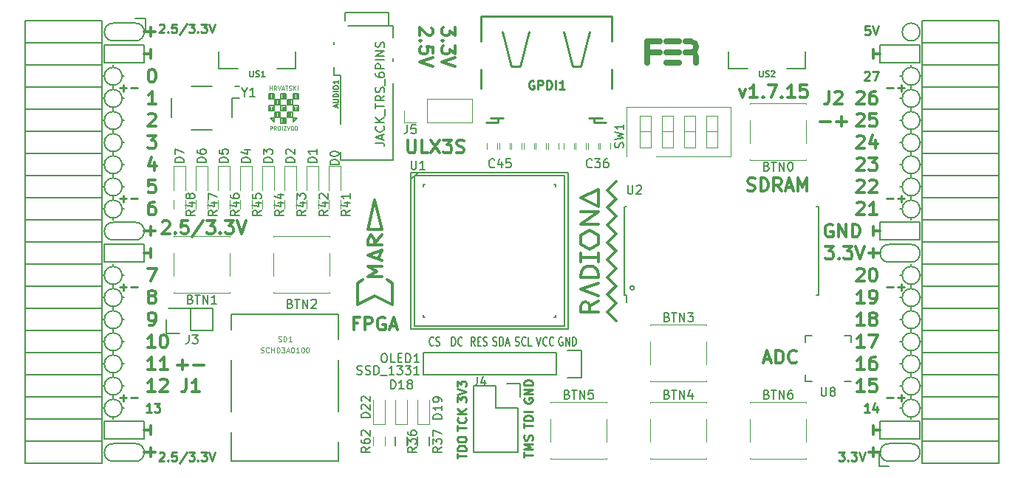
<source format=gto>
G04 #@! TF.FileFunction,Legend,Top*
%FSLAX46Y46*%
G04 Gerber Fmt 4.6, Leading zero omitted, Abs format (unit mm)*
G04 Created by KiCad (PCBNEW 4.0.7+dfsg1-1) date Thu Mar 29 14:14:46 2018*
%MOMM*%
%LPD*%
G01*
G04 APERTURE LIST*
%ADD10C,0.100000*%
%ADD11C,0.300000*%
%ADD12C,0.200000*%
%ADD13C,0.250000*%
%ADD14C,0.120000*%
%ADD15C,0.150000*%
%ADD16C,0.700000*%
%ADD17C,0.254000*%
%ADD18C,0.152400*%
%ADD19C,0.124460*%
%ADD20C,0.075000*%
G04 APERTURE END LIST*
D10*
D11*
X134560429Y-62144715D02*
X134560429Y-63073286D01*
X133989000Y-62573286D01*
X133989000Y-62787572D01*
X133917571Y-62930429D01*
X133846143Y-63001858D01*
X133703286Y-63073286D01*
X133346143Y-63073286D01*
X133203286Y-63001858D01*
X133131857Y-62930429D01*
X133060429Y-62787572D01*
X133060429Y-62359000D01*
X133131857Y-62216143D01*
X133203286Y-62144715D01*
X133203286Y-63716143D02*
X133131857Y-63787571D01*
X133060429Y-63716143D01*
X133131857Y-63644714D01*
X133203286Y-63716143D01*
X133060429Y-63716143D01*
X134560429Y-64287572D02*
X134560429Y-65216143D01*
X133989000Y-64716143D01*
X133989000Y-64930429D01*
X133917571Y-65073286D01*
X133846143Y-65144715D01*
X133703286Y-65216143D01*
X133346143Y-65216143D01*
X133203286Y-65144715D01*
X133131857Y-65073286D01*
X133060429Y-64930429D01*
X133060429Y-64501857D01*
X133131857Y-64359000D01*
X133203286Y-64287572D01*
X134560429Y-65644714D02*
X133060429Y-66144714D01*
X134560429Y-66644714D01*
X131877571Y-62216143D02*
X131949000Y-62287572D01*
X132020429Y-62430429D01*
X132020429Y-62787572D01*
X131949000Y-62930429D01*
X131877571Y-63001858D01*
X131734714Y-63073286D01*
X131591857Y-63073286D01*
X131377571Y-63001858D01*
X130520429Y-62144715D01*
X130520429Y-63073286D01*
X130663286Y-63716143D02*
X130591857Y-63787571D01*
X130520429Y-63716143D01*
X130591857Y-63644714D01*
X130663286Y-63716143D01*
X130520429Y-63716143D01*
X132020429Y-65144715D02*
X132020429Y-64430429D01*
X131306143Y-64359000D01*
X131377571Y-64430429D01*
X131449000Y-64573286D01*
X131449000Y-64930429D01*
X131377571Y-65073286D01*
X131306143Y-65144715D01*
X131163286Y-65216143D01*
X130806143Y-65216143D01*
X130663286Y-65144715D01*
X130591857Y-65073286D01*
X130520429Y-64930429D01*
X130520429Y-64573286D01*
X130591857Y-64430429D01*
X130663286Y-64359000D01*
X132020429Y-65644714D02*
X130520429Y-66144714D01*
X132020429Y-66644714D01*
X102760000Y-100897143D02*
X103902857Y-100897143D01*
X103331428Y-101468571D02*
X103331428Y-100325714D01*
X104617143Y-100897143D02*
X105760000Y-100897143D01*
X167133430Y-69226571D02*
X167490573Y-70226571D01*
X167847715Y-69226571D01*
X169204858Y-70226571D02*
X168347715Y-70226571D01*
X168776287Y-70226571D02*
X168776287Y-68726571D01*
X168633430Y-68940857D01*
X168490572Y-69083714D01*
X168347715Y-69155143D01*
X169847715Y-70083714D02*
X169919143Y-70155143D01*
X169847715Y-70226571D01*
X169776286Y-70155143D01*
X169847715Y-70083714D01*
X169847715Y-70226571D01*
X170419144Y-68726571D02*
X171419144Y-68726571D01*
X170776287Y-70226571D01*
X171990572Y-70083714D02*
X172062000Y-70155143D01*
X171990572Y-70226571D01*
X171919143Y-70155143D01*
X171990572Y-70083714D01*
X171990572Y-70226571D01*
X173490572Y-70226571D02*
X172633429Y-70226571D01*
X173062001Y-70226571D02*
X173062001Y-68726571D01*
X172919144Y-68940857D01*
X172776286Y-69083714D01*
X172633429Y-69155143D01*
X174847715Y-68726571D02*
X174133429Y-68726571D01*
X174062000Y-69440857D01*
X174133429Y-69369429D01*
X174276286Y-69298000D01*
X174633429Y-69298000D01*
X174776286Y-69369429D01*
X174847715Y-69440857D01*
X174919143Y-69583714D01*
X174919143Y-69940857D01*
X174847715Y-70083714D01*
X174776286Y-70155143D01*
X174633429Y-70226571D01*
X174276286Y-70226571D01*
X174133429Y-70155143D01*
X174062000Y-70083714D01*
X182492000Y-87582000D02*
X182492000Y-88598000D01*
X181984000Y-88090000D02*
X183254000Y-88090000D01*
X182492000Y-110442000D02*
X182492000Y-111458000D01*
X183254000Y-110950000D02*
X181984000Y-110950000D01*
X99688000Y-110442000D02*
X99688000Y-111458000D01*
X98926000Y-110950000D02*
X100196000Y-110950000D01*
X99688000Y-62182000D02*
X99688000Y-63198000D01*
X98926000Y-62690000D02*
X100196000Y-62690000D01*
X99688000Y-85042000D02*
X99688000Y-86058000D01*
X98926000Y-85550000D02*
X100196000Y-85550000D01*
D12*
X97910000Y-63706000D02*
G75*
G03X97910000Y-61674000I0J1016000D01*
G01*
X184270000Y-109934000D02*
G75*
G03X184270000Y-111966000I0J-1016000D01*
G01*
X95370000Y-111966000D02*
X97910000Y-111966000D01*
X95370000Y-109934000D02*
X97910000Y-109934000D01*
X97910000Y-111966000D02*
G75*
G03X97910000Y-109934000I0J1016000D01*
G01*
X95370000Y-109934000D02*
G75*
G03X95370000Y-111966000I0J-1016000D01*
G01*
X95370000Y-61674000D02*
X97910000Y-61674000D01*
X95370000Y-63706000D02*
X97910000Y-63706000D01*
X95370000Y-61674000D02*
G75*
G03X95370000Y-63706000I0J-1016000D01*
G01*
X95370000Y-84534000D02*
X97910000Y-84534000D01*
X95370000Y-86566000D02*
X97910000Y-86566000D01*
X95370000Y-84534000D02*
G75*
G03X95370000Y-86566000I0J-1016000D01*
G01*
X97910000Y-86566000D02*
G75*
G03X97910000Y-84534000I0J1016000D01*
G01*
X187826000Y-62690000D02*
G75*
G03X187826000Y-62690000I-1016000J0D01*
G01*
X184270000Y-89106000D02*
X186810000Y-89106000D01*
X184270000Y-87074000D02*
X186810000Y-87074000D01*
X184270000Y-87074000D02*
G75*
G03X184270000Y-89106000I0J-1016000D01*
G01*
X186810000Y-89106000D02*
G75*
G03X186810000Y-87074000I0J1016000D01*
G01*
X186810000Y-111966000D02*
X184270000Y-111966000D01*
X186810000Y-109934000D02*
X184270000Y-109934000D01*
X186810000Y-111966000D02*
G75*
G03X186810000Y-109934000I0J1016000D01*
G01*
X94354000Y-66246000D02*
X94354000Y-64214000D01*
X98926000Y-66246000D02*
X94354000Y-66246000D01*
X98926000Y-64214000D02*
X98926000Y-66246000D01*
X94354000Y-64214000D02*
X98926000Y-64214000D01*
X94354000Y-87074000D02*
X98926000Y-87074000D01*
X94354000Y-89106000D02*
X94354000Y-87074000D01*
X98926000Y-89106000D02*
X94354000Y-89106000D01*
X98926000Y-87074000D02*
X98926000Y-89106000D01*
X94354000Y-109426000D02*
X98926000Y-109426000D01*
X94354000Y-107394000D02*
X94354000Y-109426000D01*
X98926000Y-107394000D02*
X94354000Y-107394000D01*
X98926000Y-109426000D02*
X98926000Y-107394000D01*
X183254000Y-109426000D02*
X187826000Y-109426000D01*
X183254000Y-107394000D02*
X183254000Y-109426000D01*
X187826000Y-107394000D02*
X187826000Y-109426000D01*
X183254000Y-107394000D02*
X187826000Y-107394000D01*
X183254000Y-66246000D02*
X187826000Y-66246000D01*
X183254000Y-64214000D02*
X183254000Y-66246000D01*
X187826000Y-64214000D02*
X183254000Y-64214000D01*
X187826000Y-66246000D02*
X187826000Y-64214000D01*
X183254000Y-84534000D02*
X187826000Y-84534000D01*
X183254000Y-86566000D02*
X183254000Y-84534000D01*
X187826000Y-86566000D02*
X183254000Y-86566000D01*
X187826000Y-84534000D02*
X187826000Y-86566000D01*
D13*
X96148000Y-69111429D02*
X96909905Y-69111429D01*
X96528953Y-69492381D02*
X96528953Y-68730476D01*
X97386095Y-69111429D02*
X98148000Y-69111429D01*
X96148000Y-81811429D02*
X96909905Y-81811429D01*
X96528953Y-82192381D02*
X96528953Y-81430476D01*
X97386095Y-81811429D02*
X98148000Y-81811429D01*
X96148000Y-91971429D02*
X96909905Y-91971429D01*
X96528953Y-92352381D02*
X96528953Y-91590476D01*
X97386095Y-91971429D02*
X98148000Y-91971429D01*
X96148000Y-104671429D02*
X96909905Y-104671429D01*
X96528953Y-105052381D02*
X96528953Y-104290476D01*
X97386095Y-104671429D02*
X98148000Y-104671429D01*
X184032000Y-104671429D02*
X184793905Y-104671429D01*
X185270095Y-104671429D02*
X186032000Y-104671429D01*
X185651048Y-105052381D02*
X185651048Y-104290476D01*
X184032000Y-91971429D02*
X184793905Y-91971429D01*
X185270095Y-91971429D02*
X186032000Y-91971429D01*
X185651048Y-92352381D02*
X185651048Y-91590476D01*
X184032000Y-81811429D02*
X184793905Y-81811429D01*
X185270095Y-81811429D02*
X186032000Y-81811429D01*
X185651048Y-82192381D02*
X185651048Y-81430476D01*
X184032000Y-69111429D02*
X184793905Y-69111429D01*
X185270095Y-69111429D02*
X186032000Y-69111429D01*
X185651048Y-69492381D02*
X185651048Y-68730476D01*
D11*
X176420000Y-72957143D02*
X177562857Y-72957143D01*
X178277143Y-72957143D02*
X179420000Y-72957143D01*
X178848571Y-73528571D02*
X178848571Y-72385714D01*
D12*
X187826000Y-67770000D02*
G75*
G03X187826000Y-67770000I-1016000J0D01*
G01*
X187826000Y-70310000D02*
G75*
G03X187826000Y-70310000I-1016000J0D01*
G01*
X187826000Y-72850000D02*
G75*
G03X187826000Y-72850000I-1016000J0D01*
G01*
X187826000Y-75390000D02*
G75*
G03X187826000Y-75390000I-1016000J0D01*
G01*
X187826000Y-77930000D02*
G75*
G03X187826000Y-77930000I-1016000J0D01*
G01*
X187826000Y-80470000D02*
G75*
G03X187826000Y-80470000I-1016000J0D01*
G01*
X187826000Y-83010000D02*
G75*
G03X187826000Y-83010000I-1016000J0D01*
G01*
X187826000Y-90630000D02*
G75*
G03X187826000Y-90630000I-1016000J0D01*
G01*
X187826000Y-93170000D02*
G75*
G03X187826000Y-93170000I-1016000J0D01*
G01*
X187826000Y-95710000D02*
G75*
G03X187826000Y-95710000I-1016000J0D01*
G01*
X187826000Y-98250000D02*
G75*
G03X187826000Y-98250000I-1016000J0D01*
G01*
X187826000Y-100790000D02*
G75*
G03X187826000Y-100790000I-1016000J0D01*
G01*
X187826000Y-103330000D02*
G75*
G03X187826000Y-103330000I-1016000J0D01*
G01*
X187826000Y-105870000D02*
G75*
G03X187826000Y-105870000I-1016000J0D01*
G01*
X96386000Y-105870000D02*
G75*
G03X96386000Y-105870000I-1016000J0D01*
G01*
X96386000Y-103330000D02*
G75*
G03X96386000Y-103330000I-1016000J0D01*
G01*
X96386000Y-100790000D02*
G75*
G03X96386000Y-100790000I-1016000J0D01*
G01*
X96386000Y-98250000D02*
G75*
G03X96386000Y-98250000I-1016000J0D01*
G01*
X96386000Y-95710000D02*
G75*
G03X96386000Y-95710000I-1016000J0D01*
G01*
X96386000Y-93170000D02*
G75*
G03X96386000Y-93170000I-1016000J0D01*
G01*
X96386000Y-90630000D02*
G75*
G03X96386000Y-90630000I-1016000J0D01*
G01*
X96386000Y-83010000D02*
G75*
G03X96386000Y-83010000I-1016000J0D01*
G01*
X96386000Y-80470000D02*
G75*
G03X96386000Y-80470000I-1016000J0D01*
G01*
X96386000Y-77930000D02*
G75*
G03X96386000Y-77930000I-1016000J0D01*
G01*
X96386000Y-75390000D02*
G75*
G03X96386000Y-75390000I-1016000J0D01*
G01*
X96386000Y-72850000D02*
G75*
G03X96386000Y-72850000I-1016000J0D01*
G01*
X96386000Y-70310000D02*
G75*
G03X96386000Y-70310000I-1016000J0D01*
G01*
X96386000Y-67770000D02*
G75*
G03X96386000Y-67770000I-1016000J0D01*
G01*
D11*
X177793143Y-84800000D02*
X177650286Y-84728571D01*
X177436000Y-84728571D01*
X177221715Y-84800000D01*
X177078857Y-84942857D01*
X177007429Y-85085714D01*
X176936000Y-85371429D01*
X176936000Y-85585714D01*
X177007429Y-85871429D01*
X177078857Y-86014286D01*
X177221715Y-86157143D01*
X177436000Y-86228571D01*
X177578857Y-86228571D01*
X177793143Y-86157143D01*
X177864572Y-86085714D01*
X177864572Y-85585714D01*
X177578857Y-85585714D01*
X178507429Y-86228571D02*
X178507429Y-84728571D01*
X179364572Y-86228571D01*
X179364572Y-84728571D01*
X180078858Y-86228571D02*
X180078858Y-84728571D01*
X180436001Y-84728571D01*
X180650286Y-84800000D01*
X180793144Y-84942857D01*
X180864572Y-85085714D01*
X180936001Y-85371429D01*
X180936001Y-85585714D01*
X180864572Y-85871429D01*
X180793144Y-86014286D01*
X180650286Y-86157143D01*
X180436001Y-86228571D01*
X180078858Y-86228571D01*
X182492000Y-86058000D02*
X182492000Y-85042000D01*
X183254000Y-85550000D02*
X182492000Y-85550000D01*
X182492000Y-107902000D02*
X182492000Y-108918000D01*
X182492000Y-108410000D02*
X183254000Y-108410000D01*
D13*
X182047524Y-106322381D02*
X181476095Y-106322381D01*
X181761809Y-106322381D02*
X181761809Y-105322381D01*
X181666571Y-105465238D01*
X181571333Y-105560476D01*
X181476095Y-105608095D01*
X182904667Y-105655714D02*
X182904667Y-106322381D01*
X182666571Y-105274762D02*
X182428476Y-105989048D01*
X183047524Y-105989048D01*
X181476095Y-67317619D02*
X181523714Y-67270000D01*
X181618952Y-67222381D01*
X181857048Y-67222381D01*
X181952286Y-67270000D01*
X181999905Y-67317619D01*
X182047524Y-67412857D01*
X182047524Y-67508095D01*
X181999905Y-67650952D01*
X181428476Y-68222381D01*
X182047524Y-68222381D01*
X182380857Y-67222381D02*
X183047524Y-67222381D01*
X182618952Y-68222381D01*
D11*
X182492000Y-64722000D02*
X182492000Y-65738000D01*
X182492000Y-65230000D02*
X183254000Y-65230000D01*
X99688000Y-107902000D02*
X99688000Y-108918000D01*
X98926000Y-108410000D02*
X99688000Y-108410000D01*
X99315001Y-74568571D02*
X100243572Y-74568571D01*
X99743572Y-75140000D01*
X99957858Y-75140000D01*
X100100715Y-75211429D01*
X100172144Y-75282857D01*
X100243572Y-75425714D01*
X100243572Y-75782857D01*
X100172144Y-75925714D01*
X100100715Y-75997143D01*
X99957858Y-76068571D01*
X99529286Y-76068571D01*
X99386429Y-75997143D01*
X99315001Y-75925714D01*
X100100715Y-77608571D02*
X100100715Y-78608571D01*
X99743572Y-77037143D02*
X99386429Y-78108571D01*
X100315001Y-78108571D01*
X100172144Y-79648571D02*
X99457858Y-79648571D01*
X99386429Y-80362857D01*
X99457858Y-80291429D01*
X99600715Y-80220000D01*
X99957858Y-80220000D01*
X100100715Y-80291429D01*
X100172144Y-80362857D01*
X100243572Y-80505714D01*
X100243572Y-80862857D01*
X100172144Y-81005714D01*
X100100715Y-81077143D01*
X99957858Y-81148571D01*
X99600715Y-81148571D01*
X99457858Y-81077143D01*
X99386429Y-81005714D01*
D13*
X99751524Y-106322381D02*
X99180095Y-106322381D01*
X99465809Y-106322381D02*
X99465809Y-105322381D01*
X99370571Y-105465238D01*
X99275333Y-105560476D01*
X99180095Y-105608095D01*
X100084857Y-105322381D02*
X100703905Y-105322381D01*
X100370571Y-105703333D01*
X100513429Y-105703333D01*
X100608667Y-105750952D01*
X100656286Y-105798571D01*
X100703905Y-105893810D01*
X100703905Y-106131905D01*
X100656286Y-106227143D01*
X100608667Y-106274762D01*
X100513429Y-106322381D01*
X100227714Y-106322381D01*
X100132476Y-106274762D01*
X100084857Y-106227143D01*
D11*
X99315001Y-89808571D02*
X100315001Y-89808571D01*
X99672144Y-91308571D01*
X99688000Y-87582000D02*
X99688000Y-88598000D01*
X98926000Y-88090000D02*
X99688000Y-88090000D01*
X99688000Y-64722000D02*
X99688000Y-65738000D01*
X98926000Y-65230000D02*
X99688000Y-65230000D01*
D13*
X100655476Y-61874619D02*
X100703095Y-61827000D01*
X100798333Y-61779381D01*
X101036429Y-61779381D01*
X101131667Y-61827000D01*
X101179286Y-61874619D01*
X101226905Y-61969857D01*
X101226905Y-62065095D01*
X101179286Y-62207952D01*
X100607857Y-62779381D01*
X101226905Y-62779381D01*
X101655476Y-62684143D02*
X101703095Y-62731762D01*
X101655476Y-62779381D01*
X101607857Y-62731762D01*
X101655476Y-62684143D01*
X101655476Y-62779381D01*
X102607857Y-61779381D02*
X102131666Y-61779381D01*
X102084047Y-62255571D01*
X102131666Y-62207952D01*
X102226904Y-62160333D01*
X102465000Y-62160333D01*
X102560238Y-62207952D01*
X102607857Y-62255571D01*
X102655476Y-62350810D01*
X102655476Y-62588905D01*
X102607857Y-62684143D01*
X102560238Y-62731762D01*
X102465000Y-62779381D01*
X102226904Y-62779381D01*
X102131666Y-62731762D01*
X102084047Y-62684143D01*
X103798333Y-61731762D02*
X102941190Y-63017476D01*
X104036428Y-61779381D02*
X104655476Y-61779381D01*
X104322142Y-62160333D01*
X104465000Y-62160333D01*
X104560238Y-62207952D01*
X104607857Y-62255571D01*
X104655476Y-62350810D01*
X104655476Y-62588905D01*
X104607857Y-62684143D01*
X104560238Y-62731762D01*
X104465000Y-62779381D01*
X104179285Y-62779381D01*
X104084047Y-62731762D01*
X104036428Y-62684143D01*
X105084047Y-62684143D02*
X105131666Y-62731762D01*
X105084047Y-62779381D01*
X105036428Y-62731762D01*
X105084047Y-62684143D01*
X105084047Y-62779381D01*
X105464999Y-61779381D02*
X106084047Y-61779381D01*
X105750713Y-62160333D01*
X105893571Y-62160333D01*
X105988809Y-62207952D01*
X106036428Y-62255571D01*
X106084047Y-62350810D01*
X106084047Y-62588905D01*
X106036428Y-62684143D01*
X105988809Y-62731762D01*
X105893571Y-62779381D01*
X105607856Y-62779381D01*
X105512618Y-62731762D01*
X105464999Y-62684143D01*
X106369761Y-61779381D02*
X106703094Y-62779381D01*
X107036428Y-61779381D01*
X178522762Y-110910381D02*
X179141810Y-110910381D01*
X178808476Y-111291333D01*
X178951334Y-111291333D01*
X179046572Y-111338952D01*
X179094191Y-111386571D01*
X179141810Y-111481810D01*
X179141810Y-111719905D01*
X179094191Y-111815143D01*
X179046572Y-111862762D01*
X178951334Y-111910381D01*
X178665619Y-111910381D01*
X178570381Y-111862762D01*
X178522762Y-111815143D01*
X179570381Y-111815143D02*
X179618000Y-111862762D01*
X179570381Y-111910381D01*
X179522762Y-111862762D01*
X179570381Y-111815143D01*
X179570381Y-111910381D01*
X179951333Y-110910381D02*
X180570381Y-110910381D01*
X180237047Y-111291333D01*
X180379905Y-111291333D01*
X180475143Y-111338952D01*
X180522762Y-111386571D01*
X180570381Y-111481810D01*
X180570381Y-111719905D01*
X180522762Y-111815143D01*
X180475143Y-111862762D01*
X180379905Y-111910381D01*
X180094190Y-111910381D01*
X179998952Y-111862762D01*
X179951333Y-111815143D01*
X180856095Y-110910381D02*
X181189428Y-111910381D01*
X181522762Y-110910381D01*
D11*
X101004714Y-84508429D02*
X101076143Y-84437000D01*
X101219000Y-84365571D01*
X101576143Y-84365571D01*
X101719000Y-84437000D01*
X101790429Y-84508429D01*
X101861857Y-84651286D01*
X101861857Y-84794143D01*
X101790429Y-85008429D01*
X100933286Y-85865571D01*
X101861857Y-85865571D01*
X102504714Y-85722714D02*
X102576142Y-85794143D01*
X102504714Y-85865571D01*
X102433285Y-85794143D01*
X102504714Y-85722714D01*
X102504714Y-85865571D01*
X103933286Y-84365571D02*
X103219000Y-84365571D01*
X103147571Y-85079857D01*
X103219000Y-85008429D01*
X103361857Y-84937000D01*
X103719000Y-84937000D01*
X103861857Y-85008429D01*
X103933286Y-85079857D01*
X104004714Y-85222714D01*
X104004714Y-85579857D01*
X103933286Y-85722714D01*
X103861857Y-85794143D01*
X103719000Y-85865571D01*
X103361857Y-85865571D01*
X103219000Y-85794143D01*
X103147571Y-85722714D01*
X105718999Y-84294143D02*
X104433285Y-86222714D01*
X106076143Y-84365571D02*
X107004714Y-84365571D01*
X106504714Y-84937000D01*
X106719000Y-84937000D01*
X106861857Y-85008429D01*
X106933286Y-85079857D01*
X107004714Y-85222714D01*
X107004714Y-85579857D01*
X106933286Y-85722714D01*
X106861857Y-85794143D01*
X106719000Y-85865571D01*
X106290428Y-85865571D01*
X106147571Y-85794143D01*
X106076143Y-85722714D01*
X107647571Y-85722714D02*
X107718999Y-85794143D01*
X107647571Y-85865571D01*
X107576142Y-85794143D01*
X107647571Y-85722714D01*
X107647571Y-85865571D01*
X108219000Y-84365571D02*
X109147571Y-84365571D01*
X108647571Y-84937000D01*
X108861857Y-84937000D01*
X109004714Y-85008429D01*
X109076143Y-85079857D01*
X109147571Y-85222714D01*
X109147571Y-85579857D01*
X109076143Y-85722714D01*
X109004714Y-85794143D01*
X108861857Y-85865571D01*
X108433285Y-85865571D01*
X108290428Y-85794143D01*
X108219000Y-85722714D01*
X109576142Y-84365571D02*
X110076142Y-85865571D01*
X110576142Y-84365571D01*
D13*
X100655476Y-111023619D02*
X100703095Y-110976000D01*
X100798333Y-110928381D01*
X101036429Y-110928381D01*
X101131667Y-110976000D01*
X101179286Y-111023619D01*
X101226905Y-111118857D01*
X101226905Y-111214095D01*
X101179286Y-111356952D01*
X100607857Y-111928381D01*
X101226905Y-111928381D01*
X101655476Y-111833143D02*
X101703095Y-111880762D01*
X101655476Y-111928381D01*
X101607857Y-111880762D01*
X101655476Y-111833143D01*
X101655476Y-111928381D01*
X102607857Y-110928381D02*
X102131666Y-110928381D01*
X102084047Y-111404571D01*
X102131666Y-111356952D01*
X102226904Y-111309333D01*
X102465000Y-111309333D01*
X102560238Y-111356952D01*
X102607857Y-111404571D01*
X102655476Y-111499810D01*
X102655476Y-111737905D01*
X102607857Y-111833143D01*
X102560238Y-111880762D01*
X102465000Y-111928381D01*
X102226904Y-111928381D01*
X102131666Y-111880762D01*
X102084047Y-111833143D01*
X103798333Y-110880762D02*
X102941190Y-112166476D01*
X104036428Y-110928381D02*
X104655476Y-110928381D01*
X104322142Y-111309333D01*
X104465000Y-111309333D01*
X104560238Y-111356952D01*
X104607857Y-111404571D01*
X104655476Y-111499810D01*
X104655476Y-111737905D01*
X104607857Y-111833143D01*
X104560238Y-111880762D01*
X104465000Y-111928381D01*
X104179285Y-111928381D01*
X104084047Y-111880762D01*
X104036428Y-111833143D01*
X105084047Y-111833143D02*
X105131666Y-111880762D01*
X105084047Y-111928381D01*
X105036428Y-111880762D01*
X105084047Y-111833143D01*
X105084047Y-111928381D01*
X105464999Y-110928381D02*
X106084047Y-110928381D01*
X105750713Y-111309333D01*
X105893571Y-111309333D01*
X105988809Y-111356952D01*
X106036428Y-111404571D01*
X106084047Y-111499810D01*
X106084047Y-111737905D01*
X106036428Y-111833143D01*
X105988809Y-111880762D01*
X105893571Y-111928381D01*
X105607856Y-111928381D01*
X105512618Y-111880762D01*
X105464999Y-111833143D01*
X106369761Y-110928381D02*
X106703094Y-111928381D01*
X107036428Y-110928381D01*
X182047524Y-62015381D02*
X181571333Y-62015381D01*
X181523714Y-62491571D01*
X181571333Y-62443952D01*
X181666571Y-62396333D01*
X181904667Y-62396333D01*
X181999905Y-62443952D01*
X182047524Y-62491571D01*
X182095143Y-62586810D01*
X182095143Y-62824905D01*
X182047524Y-62920143D01*
X181999905Y-62967762D01*
X181904667Y-63015381D01*
X181666571Y-63015381D01*
X181571333Y-62967762D01*
X181523714Y-62920143D01*
X182380857Y-62015381D02*
X182714190Y-63015381D01*
X183047524Y-62015381D01*
D11*
X180587143Y-69631429D02*
X180658572Y-69560000D01*
X180801429Y-69488571D01*
X181158572Y-69488571D01*
X181301429Y-69560000D01*
X181372858Y-69631429D01*
X181444286Y-69774286D01*
X181444286Y-69917143D01*
X181372858Y-70131429D01*
X180515715Y-70988571D01*
X181444286Y-70988571D01*
X182730000Y-69488571D02*
X182444286Y-69488571D01*
X182301429Y-69560000D01*
X182230000Y-69631429D01*
X182087143Y-69845714D01*
X182015714Y-70131429D01*
X182015714Y-70702857D01*
X182087143Y-70845714D01*
X182158571Y-70917143D01*
X182301429Y-70988571D01*
X182587143Y-70988571D01*
X182730000Y-70917143D01*
X182801429Y-70845714D01*
X182872857Y-70702857D01*
X182872857Y-70345714D01*
X182801429Y-70202857D01*
X182730000Y-70131429D01*
X182587143Y-70060000D01*
X182301429Y-70060000D01*
X182158571Y-70131429D01*
X182087143Y-70202857D01*
X182015714Y-70345714D01*
X180587143Y-72171429D02*
X180658572Y-72100000D01*
X180801429Y-72028571D01*
X181158572Y-72028571D01*
X181301429Y-72100000D01*
X181372858Y-72171429D01*
X181444286Y-72314286D01*
X181444286Y-72457143D01*
X181372858Y-72671429D01*
X180515715Y-73528571D01*
X181444286Y-73528571D01*
X182801429Y-72028571D02*
X182087143Y-72028571D01*
X182015714Y-72742857D01*
X182087143Y-72671429D01*
X182230000Y-72600000D01*
X182587143Y-72600000D01*
X182730000Y-72671429D01*
X182801429Y-72742857D01*
X182872857Y-72885714D01*
X182872857Y-73242857D01*
X182801429Y-73385714D01*
X182730000Y-73457143D01*
X182587143Y-73528571D01*
X182230000Y-73528571D01*
X182087143Y-73457143D01*
X182015714Y-73385714D01*
X180587143Y-74711429D02*
X180658572Y-74640000D01*
X180801429Y-74568571D01*
X181158572Y-74568571D01*
X181301429Y-74640000D01*
X181372858Y-74711429D01*
X181444286Y-74854286D01*
X181444286Y-74997143D01*
X181372858Y-75211429D01*
X180515715Y-76068571D01*
X181444286Y-76068571D01*
X182730000Y-75068571D02*
X182730000Y-76068571D01*
X182372857Y-74497143D02*
X182015714Y-75568571D01*
X182944286Y-75568571D01*
X180587143Y-77251429D02*
X180658572Y-77180000D01*
X180801429Y-77108571D01*
X181158572Y-77108571D01*
X181301429Y-77180000D01*
X181372858Y-77251429D01*
X181444286Y-77394286D01*
X181444286Y-77537143D01*
X181372858Y-77751429D01*
X180515715Y-78608571D01*
X181444286Y-78608571D01*
X181944286Y-77108571D02*
X182872857Y-77108571D01*
X182372857Y-77680000D01*
X182587143Y-77680000D01*
X182730000Y-77751429D01*
X182801429Y-77822857D01*
X182872857Y-77965714D01*
X182872857Y-78322857D01*
X182801429Y-78465714D01*
X182730000Y-78537143D01*
X182587143Y-78608571D01*
X182158571Y-78608571D01*
X182015714Y-78537143D01*
X181944286Y-78465714D01*
X180587143Y-79791429D02*
X180658572Y-79720000D01*
X180801429Y-79648571D01*
X181158572Y-79648571D01*
X181301429Y-79720000D01*
X181372858Y-79791429D01*
X181444286Y-79934286D01*
X181444286Y-80077143D01*
X181372858Y-80291429D01*
X180515715Y-81148571D01*
X181444286Y-81148571D01*
X182015714Y-79791429D02*
X182087143Y-79720000D01*
X182230000Y-79648571D01*
X182587143Y-79648571D01*
X182730000Y-79720000D01*
X182801429Y-79791429D01*
X182872857Y-79934286D01*
X182872857Y-80077143D01*
X182801429Y-80291429D01*
X181944286Y-81148571D01*
X182872857Y-81148571D01*
X180587143Y-82331429D02*
X180658572Y-82260000D01*
X180801429Y-82188571D01*
X181158572Y-82188571D01*
X181301429Y-82260000D01*
X181372858Y-82331429D01*
X181444286Y-82474286D01*
X181444286Y-82617143D01*
X181372858Y-82831429D01*
X180515715Y-83688571D01*
X181444286Y-83688571D01*
X182872857Y-83688571D02*
X182015714Y-83688571D01*
X182444286Y-83688571D02*
X182444286Y-82188571D01*
X182301429Y-82402857D01*
X182158571Y-82545714D01*
X182015714Y-82617143D01*
X176975715Y-87268571D02*
X177904286Y-87268571D01*
X177404286Y-87840000D01*
X177618572Y-87840000D01*
X177761429Y-87911429D01*
X177832858Y-87982857D01*
X177904286Y-88125714D01*
X177904286Y-88482857D01*
X177832858Y-88625714D01*
X177761429Y-88697143D01*
X177618572Y-88768571D01*
X177190000Y-88768571D01*
X177047143Y-88697143D01*
X176975715Y-88625714D01*
X178547143Y-88625714D02*
X178618571Y-88697143D01*
X178547143Y-88768571D01*
X178475714Y-88697143D01*
X178547143Y-88625714D01*
X178547143Y-88768571D01*
X179118572Y-87268571D02*
X180047143Y-87268571D01*
X179547143Y-87840000D01*
X179761429Y-87840000D01*
X179904286Y-87911429D01*
X179975715Y-87982857D01*
X180047143Y-88125714D01*
X180047143Y-88482857D01*
X179975715Y-88625714D01*
X179904286Y-88697143D01*
X179761429Y-88768571D01*
X179332857Y-88768571D01*
X179190000Y-88697143D01*
X179118572Y-88625714D01*
X180475714Y-87268571D02*
X180975714Y-88768571D01*
X181475714Y-87268571D01*
X180587143Y-89951429D02*
X180658572Y-89880000D01*
X180801429Y-89808571D01*
X181158572Y-89808571D01*
X181301429Y-89880000D01*
X181372858Y-89951429D01*
X181444286Y-90094286D01*
X181444286Y-90237143D01*
X181372858Y-90451429D01*
X180515715Y-91308571D01*
X181444286Y-91308571D01*
X182372857Y-89808571D02*
X182515714Y-89808571D01*
X182658571Y-89880000D01*
X182730000Y-89951429D01*
X182801429Y-90094286D01*
X182872857Y-90380000D01*
X182872857Y-90737143D01*
X182801429Y-91022857D01*
X182730000Y-91165714D01*
X182658571Y-91237143D01*
X182515714Y-91308571D01*
X182372857Y-91308571D01*
X182230000Y-91237143D01*
X182158571Y-91165714D01*
X182087143Y-91022857D01*
X182015714Y-90737143D01*
X182015714Y-90380000D01*
X182087143Y-90094286D01*
X182158571Y-89951429D01*
X182230000Y-89880000D01*
X182372857Y-89808571D01*
X181444286Y-93848571D02*
X180587143Y-93848571D01*
X181015715Y-93848571D02*
X181015715Y-92348571D01*
X180872858Y-92562857D01*
X180730000Y-92705714D01*
X180587143Y-92777143D01*
X182158571Y-93848571D02*
X182444286Y-93848571D01*
X182587143Y-93777143D01*
X182658571Y-93705714D01*
X182801429Y-93491429D01*
X182872857Y-93205714D01*
X182872857Y-92634286D01*
X182801429Y-92491429D01*
X182730000Y-92420000D01*
X182587143Y-92348571D01*
X182301429Y-92348571D01*
X182158571Y-92420000D01*
X182087143Y-92491429D01*
X182015714Y-92634286D01*
X182015714Y-92991429D01*
X182087143Y-93134286D01*
X182158571Y-93205714D01*
X182301429Y-93277143D01*
X182587143Y-93277143D01*
X182730000Y-93205714D01*
X182801429Y-93134286D01*
X182872857Y-92991429D01*
X181444286Y-96388571D02*
X180587143Y-96388571D01*
X181015715Y-96388571D02*
X181015715Y-94888571D01*
X180872858Y-95102857D01*
X180730000Y-95245714D01*
X180587143Y-95317143D01*
X182301429Y-95531429D02*
X182158571Y-95460000D01*
X182087143Y-95388571D01*
X182015714Y-95245714D01*
X182015714Y-95174286D01*
X182087143Y-95031429D01*
X182158571Y-94960000D01*
X182301429Y-94888571D01*
X182587143Y-94888571D01*
X182730000Y-94960000D01*
X182801429Y-95031429D01*
X182872857Y-95174286D01*
X182872857Y-95245714D01*
X182801429Y-95388571D01*
X182730000Y-95460000D01*
X182587143Y-95531429D01*
X182301429Y-95531429D01*
X182158571Y-95602857D01*
X182087143Y-95674286D01*
X182015714Y-95817143D01*
X182015714Y-96102857D01*
X182087143Y-96245714D01*
X182158571Y-96317143D01*
X182301429Y-96388571D01*
X182587143Y-96388571D01*
X182730000Y-96317143D01*
X182801429Y-96245714D01*
X182872857Y-96102857D01*
X182872857Y-95817143D01*
X182801429Y-95674286D01*
X182730000Y-95602857D01*
X182587143Y-95531429D01*
X181444286Y-98928571D02*
X180587143Y-98928571D01*
X181015715Y-98928571D02*
X181015715Y-97428571D01*
X180872858Y-97642857D01*
X180730000Y-97785714D01*
X180587143Y-97857143D01*
X181944286Y-97428571D02*
X182944286Y-97428571D01*
X182301429Y-98928571D01*
X181444286Y-101468571D02*
X180587143Y-101468571D01*
X181015715Y-101468571D02*
X181015715Y-99968571D01*
X180872858Y-100182857D01*
X180730000Y-100325714D01*
X180587143Y-100397143D01*
X182730000Y-99968571D02*
X182444286Y-99968571D01*
X182301429Y-100040000D01*
X182230000Y-100111429D01*
X182087143Y-100325714D01*
X182015714Y-100611429D01*
X182015714Y-101182857D01*
X182087143Y-101325714D01*
X182158571Y-101397143D01*
X182301429Y-101468571D01*
X182587143Y-101468571D01*
X182730000Y-101397143D01*
X182801429Y-101325714D01*
X182872857Y-101182857D01*
X182872857Y-100825714D01*
X182801429Y-100682857D01*
X182730000Y-100611429D01*
X182587143Y-100540000D01*
X182301429Y-100540000D01*
X182158571Y-100611429D01*
X182087143Y-100682857D01*
X182015714Y-100825714D01*
X181444286Y-104008571D02*
X180587143Y-104008571D01*
X181015715Y-104008571D02*
X181015715Y-102508571D01*
X180872858Y-102722857D01*
X180730000Y-102865714D01*
X180587143Y-102937143D01*
X182801429Y-102508571D02*
X182087143Y-102508571D01*
X182015714Y-103222857D01*
X182087143Y-103151429D01*
X182230000Y-103080000D01*
X182587143Y-103080000D01*
X182730000Y-103151429D01*
X182801429Y-103222857D01*
X182872857Y-103365714D01*
X182872857Y-103722857D01*
X182801429Y-103865714D01*
X182730000Y-103937143D01*
X182587143Y-104008571D01*
X182230000Y-104008571D01*
X182087143Y-103937143D01*
X182015714Y-103865714D01*
D12*
X186810000Y-66500000D02*
X186810000Y-66754000D01*
X187826000Y-67770000D02*
X188080000Y-67770000D01*
X185540000Y-67770000D02*
X185794000Y-67770000D01*
X186810000Y-69294000D02*
X186810000Y-68786000D01*
X187826000Y-70310000D02*
X188080000Y-70310000D01*
X185540000Y-70310000D02*
X185794000Y-70310000D01*
X186810000Y-71326000D02*
X186810000Y-71834000D01*
X187826000Y-72850000D02*
X188080000Y-72850000D01*
X185540000Y-72850000D02*
X185794000Y-72850000D01*
X186810000Y-73866000D02*
X186810000Y-74374000D01*
X187826000Y-75390000D02*
X188080000Y-75390000D01*
X185540000Y-75390000D02*
X185794000Y-75390000D01*
X186810000Y-76406000D02*
X186810000Y-76914000D01*
X187826000Y-77930000D02*
X188080000Y-77930000D01*
X185540000Y-77930000D02*
X185794000Y-77930000D01*
X186810000Y-79454000D02*
X186810000Y-78946000D01*
X187826000Y-80470000D02*
X188080000Y-80470000D01*
X185540000Y-80470000D02*
X185794000Y-80470000D01*
X186810000Y-81994000D02*
X186810000Y-81486000D01*
X187826000Y-83010000D02*
X188080000Y-83010000D01*
X185540000Y-83010000D02*
X185794000Y-83010000D01*
X186810000Y-84026000D02*
X186810000Y-84280000D01*
X186810000Y-89360000D02*
X186810000Y-89614000D01*
X187826000Y-90630000D02*
X188080000Y-90630000D01*
X185540000Y-90630000D02*
X185794000Y-90630000D01*
X186810000Y-91646000D02*
X186810000Y-92154000D01*
X187826000Y-93170000D02*
X188080000Y-93170000D01*
X185540000Y-93170000D02*
X185794000Y-93170000D01*
X186810000Y-94186000D02*
X186810000Y-94694000D01*
X187826000Y-95710000D02*
X188080000Y-95710000D01*
X185540000Y-95710000D02*
X185794000Y-95710000D01*
X186810000Y-97234000D02*
X186810000Y-96726000D01*
X187826000Y-98250000D02*
X188080000Y-98250000D01*
X185540000Y-98250000D02*
X185794000Y-98250000D01*
X187826000Y-100790000D02*
X188080000Y-100790000D01*
X185540000Y-100790000D02*
X185794000Y-100790000D01*
X186810000Y-99266000D02*
X186810000Y-99774000D01*
X186810000Y-102314000D02*
X186810000Y-101806000D01*
X187826000Y-103330000D02*
X188080000Y-103330000D01*
X185540000Y-103330000D02*
X185794000Y-103330000D01*
X186810000Y-104346000D02*
X186810000Y-104854000D01*
X185540000Y-105870000D02*
X185794000Y-105870000D01*
X187826000Y-105870000D02*
X188080000Y-105870000D01*
X186810000Y-106886000D02*
X186810000Y-107140000D01*
X95370000Y-66754000D02*
X95370000Y-66500000D01*
X96386000Y-67770000D02*
X96640000Y-67770000D01*
X94100000Y-67770000D02*
X94354000Y-67770000D01*
X95370000Y-68786000D02*
X95370000Y-69294000D01*
X96386000Y-70310000D02*
X96640000Y-70310000D01*
X94100000Y-70310000D02*
X94354000Y-70310000D01*
X95370000Y-71326000D02*
X95370000Y-71834000D01*
X96386000Y-72850000D02*
X96640000Y-72850000D01*
X94100000Y-72850000D02*
X94354000Y-72850000D01*
X95370000Y-73866000D02*
X95370000Y-74374000D01*
X96386000Y-75390000D02*
X96640000Y-75390000D01*
X95370000Y-76406000D02*
X95370000Y-76914000D01*
X96386000Y-77930000D02*
X96640000Y-77930000D01*
X94100000Y-77930000D02*
X94354000Y-77930000D01*
X95370000Y-79454000D02*
X95370000Y-78946000D01*
X96386000Y-80470000D02*
X96640000Y-80470000D01*
X94100000Y-80470000D02*
X94354000Y-80470000D01*
X95370000Y-81486000D02*
X95370000Y-81994000D01*
X96386000Y-83010000D02*
X96640000Y-83010000D01*
X95370000Y-84026000D02*
X95370000Y-84280000D01*
X94100000Y-83010000D02*
X94354000Y-83010000D01*
X95370000Y-106886000D02*
X95370000Y-107140000D01*
X95370000Y-89360000D02*
X95370000Y-89614000D01*
X96386000Y-93170000D02*
X96640000Y-93170000D01*
X94100000Y-93170000D02*
X94354000Y-93170000D01*
X95370000Y-94186000D02*
X95370000Y-94694000D01*
X94100000Y-90630000D02*
X94354000Y-90630000D01*
X96386000Y-90630000D02*
X96640000Y-90630000D01*
X95370000Y-92154000D02*
X95370000Y-91646000D01*
X96386000Y-95710000D02*
X96640000Y-95710000D01*
X94100000Y-95710000D02*
X94354000Y-95710000D01*
X96386000Y-98250000D02*
X96640000Y-98250000D01*
X94354000Y-98250000D02*
X94100000Y-98250000D01*
X95370000Y-96726000D02*
X95370000Y-97234000D01*
X95370000Y-99266000D02*
X95370000Y-99774000D01*
X94100000Y-100790000D02*
X94354000Y-100790000D01*
X96386000Y-100790000D02*
X96640000Y-100790000D01*
X94100000Y-103330000D02*
X94354000Y-103330000D01*
X96386000Y-103330000D02*
X96640000Y-103330000D01*
X95370000Y-101806000D02*
X95370000Y-102314000D01*
X95370000Y-104346000D02*
X95370000Y-104854000D01*
X96386000Y-105870000D02*
X96640000Y-105870000D01*
X94100000Y-105870000D02*
X94354000Y-105870000D01*
D11*
X100164286Y-104008571D02*
X99307143Y-104008571D01*
X99735715Y-104008571D02*
X99735715Y-102508571D01*
X99592858Y-102722857D01*
X99450000Y-102865714D01*
X99307143Y-102937143D01*
X100735714Y-102651429D02*
X100807143Y-102580000D01*
X100950000Y-102508571D01*
X101307143Y-102508571D01*
X101450000Y-102580000D01*
X101521429Y-102651429D01*
X101592857Y-102794286D01*
X101592857Y-102937143D01*
X101521429Y-103151429D01*
X100664286Y-104008571D01*
X101592857Y-104008571D01*
X100164286Y-101468571D02*
X99307143Y-101468571D01*
X99735715Y-101468571D02*
X99735715Y-99968571D01*
X99592858Y-100182857D01*
X99450000Y-100325714D01*
X99307143Y-100397143D01*
X101592857Y-101468571D02*
X100735714Y-101468571D01*
X101164286Y-101468571D02*
X101164286Y-99968571D01*
X101021429Y-100182857D01*
X100878571Y-100325714D01*
X100735714Y-100397143D01*
X100164286Y-98928571D02*
X99307143Y-98928571D01*
X99735715Y-98928571D02*
X99735715Y-97428571D01*
X99592858Y-97642857D01*
X99450000Y-97785714D01*
X99307143Y-97857143D01*
X101092857Y-97428571D02*
X101235714Y-97428571D01*
X101378571Y-97500000D01*
X101450000Y-97571429D01*
X101521429Y-97714286D01*
X101592857Y-98000000D01*
X101592857Y-98357143D01*
X101521429Y-98642857D01*
X101450000Y-98785714D01*
X101378571Y-98857143D01*
X101235714Y-98928571D01*
X101092857Y-98928571D01*
X100950000Y-98857143D01*
X100878571Y-98785714D01*
X100807143Y-98642857D01*
X100735714Y-98357143D01*
X100735714Y-98000000D01*
X100807143Y-97714286D01*
X100878571Y-97571429D01*
X100950000Y-97500000D01*
X101092857Y-97428571D01*
X99529286Y-96388571D02*
X99815001Y-96388571D01*
X99957858Y-96317143D01*
X100029286Y-96245714D01*
X100172144Y-96031429D01*
X100243572Y-95745714D01*
X100243572Y-95174286D01*
X100172144Y-95031429D01*
X100100715Y-94960000D01*
X99957858Y-94888571D01*
X99672144Y-94888571D01*
X99529286Y-94960000D01*
X99457858Y-95031429D01*
X99386429Y-95174286D01*
X99386429Y-95531429D01*
X99457858Y-95674286D01*
X99529286Y-95745714D01*
X99672144Y-95817143D01*
X99957858Y-95817143D01*
X100100715Y-95745714D01*
X100172144Y-95674286D01*
X100243572Y-95531429D01*
X99672144Y-92991429D02*
X99529286Y-92920000D01*
X99457858Y-92848571D01*
X99386429Y-92705714D01*
X99386429Y-92634286D01*
X99457858Y-92491429D01*
X99529286Y-92420000D01*
X99672144Y-92348571D01*
X99957858Y-92348571D01*
X100100715Y-92420000D01*
X100172144Y-92491429D01*
X100243572Y-92634286D01*
X100243572Y-92705714D01*
X100172144Y-92848571D01*
X100100715Y-92920000D01*
X99957858Y-92991429D01*
X99672144Y-92991429D01*
X99529286Y-93062857D01*
X99457858Y-93134286D01*
X99386429Y-93277143D01*
X99386429Y-93562857D01*
X99457858Y-93705714D01*
X99529286Y-93777143D01*
X99672144Y-93848571D01*
X99957858Y-93848571D01*
X100100715Y-93777143D01*
X100172144Y-93705714D01*
X100243572Y-93562857D01*
X100243572Y-93277143D01*
X100172144Y-93134286D01*
X100100715Y-93062857D01*
X99957858Y-92991429D01*
X100100715Y-82188571D02*
X99815001Y-82188571D01*
X99672144Y-82260000D01*
X99600715Y-82331429D01*
X99457858Y-82545714D01*
X99386429Y-82831429D01*
X99386429Y-83402857D01*
X99457858Y-83545714D01*
X99529286Y-83617143D01*
X99672144Y-83688571D01*
X99957858Y-83688571D01*
X100100715Y-83617143D01*
X100172144Y-83545714D01*
X100243572Y-83402857D01*
X100243572Y-83045714D01*
X100172144Y-82902857D01*
X100100715Y-82831429D01*
X99957858Y-82760000D01*
X99672144Y-82760000D01*
X99529286Y-82831429D01*
X99457858Y-82902857D01*
X99386429Y-83045714D01*
X99386429Y-72171429D02*
X99457858Y-72100000D01*
X99600715Y-72028571D01*
X99957858Y-72028571D01*
X100100715Y-72100000D01*
X100172144Y-72171429D01*
X100243572Y-72314286D01*
X100243572Y-72457143D01*
X100172144Y-72671429D01*
X99315001Y-73528571D01*
X100243572Y-73528571D01*
X100243572Y-70988571D02*
X99386429Y-70988571D01*
X99815001Y-70988571D02*
X99815001Y-69488571D01*
X99672144Y-69702857D01*
X99529286Y-69845714D01*
X99386429Y-69917143D01*
X99743572Y-66948571D02*
X99886429Y-66948571D01*
X100029286Y-67020000D01*
X100100715Y-67091429D01*
X100172144Y-67234286D01*
X100243572Y-67520000D01*
X100243572Y-67877143D01*
X100172144Y-68162857D01*
X100100715Y-68305714D01*
X100029286Y-68377143D01*
X99886429Y-68448571D01*
X99743572Y-68448571D01*
X99600715Y-68377143D01*
X99529286Y-68305714D01*
X99457858Y-68162857D01*
X99386429Y-67877143D01*
X99386429Y-67520000D01*
X99457858Y-67234286D01*
X99529286Y-67091429D01*
X99600715Y-67020000D01*
X99743572Y-66948571D01*
X129148429Y-75076571D02*
X129148429Y-76290857D01*
X129219857Y-76433714D01*
X129291286Y-76505143D01*
X129434143Y-76576571D01*
X129719857Y-76576571D01*
X129862715Y-76505143D01*
X129934143Y-76433714D01*
X130005572Y-76290857D01*
X130005572Y-75076571D01*
X131434144Y-76576571D02*
X130719858Y-76576571D01*
X130719858Y-75076571D01*
X131791287Y-75076571D02*
X132791287Y-76576571D01*
X132791287Y-75076571D02*
X131791287Y-76576571D01*
X133219858Y-75076571D02*
X134148429Y-75076571D01*
X133648429Y-75648000D01*
X133862715Y-75648000D01*
X134005572Y-75719429D01*
X134077001Y-75790857D01*
X134148429Y-75933714D01*
X134148429Y-76290857D01*
X134077001Y-76433714D01*
X134005572Y-76505143D01*
X133862715Y-76576571D01*
X133434143Y-76576571D01*
X133291286Y-76505143D01*
X133219858Y-76433714D01*
X134719857Y-76505143D02*
X134934143Y-76576571D01*
X135291286Y-76576571D01*
X135434143Y-76505143D01*
X135505572Y-76433714D01*
X135577000Y-76290857D01*
X135577000Y-76148000D01*
X135505572Y-76005143D01*
X135434143Y-75933714D01*
X135291286Y-75862286D01*
X135005572Y-75790857D01*
X134862714Y-75719429D01*
X134791286Y-75648000D01*
X134719857Y-75505143D01*
X134719857Y-75362286D01*
X134791286Y-75219429D01*
X134862714Y-75148000D01*
X135005572Y-75076571D01*
X135362714Y-75076571D01*
X135577000Y-75148000D01*
X123413429Y-96110857D02*
X122913429Y-96110857D01*
X122913429Y-96896571D02*
X122913429Y-95396571D01*
X123627715Y-95396571D01*
X124199143Y-96896571D02*
X124199143Y-95396571D01*
X124770571Y-95396571D01*
X124913429Y-95468000D01*
X124984857Y-95539429D01*
X125056286Y-95682286D01*
X125056286Y-95896571D01*
X124984857Y-96039429D01*
X124913429Y-96110857D01*
X124770571Y-96182286D01*
X124199143Y-96182286D01*
X126484857Y-95468000D02*
X126342000Y-95396571D01*
X126127714Y-95396571D01*
X125913429Y-95468000D01*
X125770571Y-95610857D01*
X125699143Y-95753714D01*
X125627714Y-96039429D01*
X125627714Y-96253714D01*
X125699143Y-96539429D01*
X125770571Y-96682286D01*
X125913429Y-96825143D01*
X126127714Y-96896571D01*
X126270571Y-96896571D01*
X126484857Y-96825143D01*
X126556286Y-96753714D01*
X126556286Y-96253714D01*
X126270571Y-96253714D01*
X127127714Y-96468000D02*
X127842000Y-96468000D01*
X126984857Y-96896571D02*
X127484857Y-95396571D01*
X127984857Y-96896571D01*
X168077929Y-80886643D02*
X168292215Y-80958071D01*
X168649358Y-80958071D01*
X168792215Y-80886643D01*
X168863644Y-80815214D01*
X168935072Y-80672357D01*
X168935072Y-80529500D01*
X168863644Y-80386643D01*
X168792215Y-80315214D01*
X168649358Y-80243786D01*
X168363644Y-80172357D01*
X168220786Y-80100929D01*
X168149358Y-80029500D01*
X168077929Y-79886643D01*
X168077929Y-79743786D01*
X168149358Y-79600929D01*
X168220786Y-79529500D01*
X168363644Y-79458071D01*
X168720786Y-79458071D01*
X168935072Y-79529500D01*
X169577929Y-80958071D02*
X169577929Y-79458071D01*
X169935072Y-79458071D01*
X170149357Y-79529500D01*
X170292215Y-79672357D01*
X170363643Y-79815214D01*
X170435072Y-80100929D01*
X170435072Y-80315214D01*
X170363643Y-80600929D01*
X170292215Y-80743786D01*
X170149357Y-80886643D01*
X169935072Y-80958071D01*
X169577929Y-80958071D01*
X171935072Y-80958071D02*
X171435072Y-80243786D01*
X171077929Y-80958071D02*
X171077929Y-79458071D01*
X171649357Y-79458071D01*
X171792215Y-79529500D01*
X171863643Y-79600929D01*
X171935072Y-79743786D01*
X171935072Y-79958071D01*
X171863643Y-80100929D01*
X171792215Y-80172357D01*
X171649357Y-80243786D01*
X171077929Y-80243786D01*
X172506500Y-80529500D02*
X173220786Y-80529500D01*
X172363643Y-80958071D02*
X172863643Y-79458071D01*
X173363643Y-80958071D01*
X173863643Y-80958071D02*
X173863643Y-79458071D01*
X174363643Y-80529500D01*
X174863643Y-79458071D01*
X174863643Y-80958071D01*
X169966857Y-100278000D02*
X170681143Y-100278000D01*
X169824000Y-100706571D02*
X170324000Y-99206571D01*
X170824000Y-100706571D01*
X171324000Y-100706571D02*
X171324000Y-99206571D01*
X171681143Y-99206571D01*
X171895428Y-99278000D01*
X172038286Y-99420857D01*
X172109714Y-99563714D01*
X172181143Y-99849429D01*
X172181143Y-100063714D01*
X172109714Y-100349429D01*
X172038286Y-100492286D01*
X171895428Y-100635143D01*
X171681143Y-100706571D01*
X171324000Y-100706571D01*
X173681143Y-100563714D02*
X173609714Y-100635143D01*
X173395428Y-100706571D01*
X173252571Y-100706571D01*
X173038286Y-100635143D01*
X172895428Y-100492286D01*
X172824000Y-100349429D01*
X172752571Y-100063714D01*
X172752571Y-99849429D01*
X172824000Y-99563714D01*
X172895428Y-99420857D01*
X173038286Y-99278000D01*
X173252571Y-99206571D01*
X173395428Y-99206571D01*
X173609714Y-99278000D01*
X173681143Y-99349429D01*
D13*
X142447381Y-111521333D02*
X142447381Y-110949904D01*
X143447381Y-111235619D02*
X142447381Y-111235619D01*
X143447381Y-110616571D02*
X142447381Y-110616571D01*
X143161667Y-110283237D01*
X142447381Y-109949904D01*
X143447381Y-109949904D01*
X143399762Y-109521333D02*
X143447381Y-109378476D01*
X143447381Y-109140380D01*
X143399762Y-109045142D01*
X143352143Y-108997523D01*
X143256905Y-108949904D01*
X143161667Y-108949904D01*
X143066429Y-108997523D01*
X143018810Y-109045142D01*
X142971190Y-109140380D01*
X142923571Y-109330857D01*
X142875952Y-109426095D01*
X142828333Y-109473714D01*
X142733095Y-109521333D01*
X142637857Y-109521333D01*
X142542619Y-109473714D01*
X142495000Y-109426095D01*
X142447381Y-109330857D01*
X142447381Y-109092761D01*
X142495000Y-108949904D01*
X142447381Y-108163809D02*
X142447381Y-107592380D01*
X143447381Y-107878095D02*
X142447381Y-107878095D01*
X143447381Y-107259047D02*
X142447381Y-107259047D01*
X142447381Y-107020952D01*
X142495000Y-106878094D01*
X142590238Y-106782856D01*
X142685476Y-106735237D01*
X142875952Y-106687618D01*
X143018810Y-106687618D01*
X143209286Y-106735237D01*
X143304524Y-106782856D01*
X143399762Y-106878094D01*
X143447381Y-107020952D01*
X143447381Y-107259047D01*
X143447381Y-106259047D02*
X142447381Y-106259047D01*
X142495000Y-104726904D02*
X142447381Y-104822142D01*
X142447381Y-104964999D01*
X142495000Y-105107857D01*
X142590238Y-105203095D01*
X142685476Y-105250714D01*
X142875952Y-105298333D01*
X143018810Y-105298333D01*
X143209286Y-105250714D01*
X143304524Y-105203095D01*
X143399762Y-105107857D01*
X143447381Y-104964999D01*
X143447381Y-104869761D01*
X143399762Y-104726904D01*
X143352143Y-104679285D01*
X143018810Y-104679285D01*
X143018810Y-104869761D01*
X143447381Y-104250714D02*
X142447381Y-104250714D01*
X143447381Y-103679285D01*
X142447381Y-103679285D01*
X143447381Y-103203095D02*
X142447381Y-103203095D01*
X142447381Y-102965000D01*
X142495000Y-102822142D01*
X142590238Y-102726904D01*
X142685476Y-102679285D01*
X142875952Y-102631666D01*
X143018810Y-102631666D01*
X143209286Y-102679285D01*
X143304524Y-102726904D01*
X143399762Y-102822142D01*
X143447381Y-102965000D01*
X143447381Y-103203095D01*
X134827381Y-111624524D02*
X134827381Y-111053095D01*
X135827381Y-111338810D02*
X134827381Y-111338810D01*
X135827381Y-110719762D02*
X134827381Y-110719762D01*
X134827381Y-110481667D01*
X134875000Y-110338809D01*
X134970238Y-110243571D01*
X135065476Y-110195952D01*
X135255952Y-110148333D01*
X135398810Y-110148333D01*
X135589286Y-110195952D01*
X135684524Y-110243571D01*
X135779762Y-110338809D01*
X135827381Y-110481667D01*
X135827381Y-110719762D01*
X134827381Y-109529286D02*
X134827381Y-109338809D01*
X134875000Y-109243571D01*
X134970238Y-109148333D01*
X135160714Y-109100714D01*
X135494048Y-109100714D01*
X135684524Y-109148333D01*
X135779762Y-109243571D01*
X135827381Y-109338809D01*
X135827381Y-109529286D01*
X135779762Y-109624524D01*
X135684524Y-109719762D01*
X135494048Y-109767381D01*
X135160714Y-109767381D01*
X134970238Y-109719762D01*
X134875000Y-109624524D01*
X134827381Y-109529286D01*
X134827381Y-108425714D02*
X134827381Y-107854285D01*
X135827381Y-108140000D02*
X134827381Y-108140000D01*
X135732143Y-106949523D02*
X135779762Y-106997142D01*
X135827381Y-107139999D01*
X135827381Y-107235237D01*
X135779762Y-107378095D01*
X135684524Y-107473333D01*
X135589286Y-107520952D01*
X135398810Y-107568571D01*
X135255952Y-107568571D01*
X135065476Y-107520952D01*
X134970238Y-107473333D01*
X134875000Y-107378095D01*
X134827381Y-107235237D01*
X134827381Y-107139999D01*
X134875000Y-106997142D01*
X134922619Y-106949523D01*
X135827381Y-106520952D02*
X134827381Y-106520952D01*
X135827381Y-105949523D02*
X135255952Y-106378095D01*
X134827381Y-105949523D02*
X135398810Y-106520952D01*
X134827381Y-105203095D02*
X134827381Y-104584047D01*
X135208333Y-104917381D01*
X135208333Y-104774523D01*
X135255952Y-104679285D01*
X135303571Y-104631666D01*
X135398810Y-104584047D01*
X135636905Y-104584047D01*
X135732143Y-104631666D01*
X135779762Y-104679285D01*
X135827381Y-104774523D01*
X135827381Y-105060238D01*
X135779762Y-105155476D01*
X135732143Y-105203095D01*
X134827381Y-104298333D02*
X135827381Y-103965000D01*
X134827381Y-103631666D01*
X134827381Y-103393571D02*
X134827381Y-102774523D01*
X135208333Y-103107857D01*
X135208333Y-102964999D01*
X135255952Y-102869761D01*
X135303571Y-102822142D01*
X135398810Y-102774523D01*
X135636905Y-102774523D01*
X135732143Y-102822142D01*
X135779762Y-102869761D01*
X135827381Y-102964999D01*
X135827381Y-103250714D01*
X135779762Y-103345952D01*
X135732143Y-103393571D01*
D14*
X136466000Y-73055000D02*
X136466000Y-70395000D01*
X131326000Y-73055000D02*
X136466000Y-73055000D01*
X131326000Y-70395000D02*
X136466000Y-70395000D01*
X131326000Y-73055000D02*
X131326000Y-70395000D01*
X130056000Y-73055000D02*
X128726000Y-73055000D01*
X128726000Y-73055000D02*
X128726000Y-71725000D01*
D15*
X85270000Y-112220000D02*
X94100000Y-112220000D01*
X85270000Y-109680000D02*
X85270000Y-112220000D01*
X94100000Y-109680000D02*
X94100000Y-112220000D01*
X94100000Y-112220000D02*
X85270000Y-112220000D01*
X94100000Y-109680000D02*
X85270000Y-109680000D01*
X94100000Y-107140000D02*
X94100000Y-109680000D01*
X85270000Y-107140000D02*
X85270000Y-109680000D01*
X85270000Y-109680000D02*
X94100000Y-109680000D01*
X85270000Y-91900000D02*
X94100000Y-91900000D01*
X85270000Y-89360000D02*
X85270000Y-91900000D01*
X94100000Y-89360000D02*
X94100000Y-91900000D01*
X94100000Y-91900000D02*
X85270000Y-91900000D01*
X94100000Y-94440000D02*
X85270000Y-94440000D01*
X94100000Y-91900000D02*
X94100000Y-94440000D01*
X85270000Y-91900000D02*
X85270000Y-94440000D01*
X85270000Y-94440000D02*
X94100000Y-94440000D01*
X85270000Y-107140000D02*
X94100000Y-107140000D01*
X85270000Y-104600000D02*
X85270000Y-107140000D01*
X94100000Y-104600000D02*
X94100000Y-107140000D01*
X94100000Y-107140000D02*
X85270000Y-107140000D01*
X94100000Y-104600000D02*
X85270000Y-104600000D01*
X94100000Y-102060000D02*
X94100000Y-104600000D01*
X85270000Y-102060000D02*
X85270000Y-104600000D01*
X85270000Y-104600000D02*
X94100000Y-104600000D01*
X85270000Y-102060000D02*
X94100000Y-102060000D01*
X85270000Y-99520000D02*
X85270000Y-102060000D01*
X94100000Y-99520000D02*
X94100000Y-102060000D01*
X94100000Y-102060000D02*
X85270000Y-102060000D01*
X94100000Y-99520000D02*
X85270000Y-99520000D01*
X94100000Y-96980000D02*
X94100000Y-99520000D01*
X85270000Y-96980000D02*
X85270000Y-99520000D01*
X85270000Y-99520000D02*
X94100000Y-99520000D01*
X85270000Y-96980000D02*
X94100000Y-96980000D01*
X85270000Y-94440000D02*
X85270000Y-96980000D01*
X94100000Y-94440000D02*
X94100000Y-96980000D01*
X94100000Y-96980000D02*
X85270000Y-96980000D01*
X94100000Y-79200000D02*
X85270000Y-79200000D01*
X94100000Y-76660000D02*
X94100000Y-79200000D01*
X85270000Y-76660000D02*
X85270000Y-79200000D01*
X85270000Y-79200000D02*
X94100000Y-79200000D01*
X85270000Y-81740000D02*
X94100000Y-81740000D01*
X85270000Y-79200000D02*
X85270000Y-81740000D01*
X94100000Y-79200000D02*
X94100000Y-81740000D01*
X94100000Y-81740000D02*
X85270000Y-81740000D01*
X94100000Y-84280000D02*
X85270000Y-84280000D01*
X94100000Y-81740000D02*
X94100000Y-84280000D01*
X85270000Y-81740000D02*
X85270000Y-84280000D01*
X85270000Y-84280000D02*
X94100000Y-84280000D01*
X85270000Y-86820000D02*
X94100000Y-86820000D01*
X85270000Y-84280000D02*
X85270000Y-86820000D01*
X94100000Y-84280000D02*
X94100000Y-86820000D01*
X94100000Y-86820000D02*
X85270000Y-86820000D01*
X94100000Y-89360000D02*
X85270000Y-89360000D01*
X94100000Y-86820000D02*
X94100000Y-89360000D01*
X85270000Y-86820000D02*
X85270000Y-89360000D01*
X85270000Y-89360000D02*
X94100000Y-89360000D01*
X85270000Y-76660000D02*
X94100000Y-76660000D01*
X85270000Y-74120000D02*
X85270000Y-76660000D01*
X94100000Y-74120000D02*
X94100000Y-76660000D01*
X94100000Y-76660000D02*
X85270000Y-76660000D01*
X94100000Y-74120000D02*
X85270000Y-74120000D01*
X94100000Y-71580000D02*
X94100000Y-74120000D01*
X85270000Y-71580000D02*
X85270000Y-74120000D01*
X85270000Y-74120000D02*
X94100000Y-74120000D01*
X85270000Y-71580000D02*
X94100000Y-71580000D01*
X85270000Y-69040000D02*
X85270000Y-71580000D01*
X94100000Y-69040000D02*
X94100000Y-71580000D01*
X94100000Y-71580000D02*
X85270000Y-71580000D01*
X94100000Y-69040000D02*
X85270000Y-69040000D01*
X94100000Y-66500000D02*
X94100000Y-69040000D01*
X85270000Y-66500000D02*
X85270000Y-69040000D01*
X85270000Y-69040000D02*
X94100000Y-69040000D01*
X85270000Y-66500000D02*
X94100000Y-66500000D01*
X85270000Y-63960000D02*
X85270000Y-66500000D01*
X94100000Y-63960000D02*
X94100000Y-66500000D01*
X94100000Y-66500000D02*
X85270000Y-66500000D01*
X94100000Y-63960000D02*
X85270000Y-63960000D01*
X94100000Y-61420000D02*
X94100000Y-63960000D01*
X99060000Y-62690000D02*
X99060000Y-61140000D01*
X99060000Y-61140000D02*
X97910000Y-61140000D01*
X94100000Y-61420000D02*
X85270000Y-61420000D01*
X85270000Y-61420000D02*
X85270000Y-63960000D01*
X85270000Y-63960000D02*
X94100000Y-63960000D01*
X196910000Y-61420000D02*
X188080000Y-61420000D01*
X196910000Y-63960000D02*
X196910000Y-61420000D01*
X188080000Y-63960000D02*
X188080000Y-61420000D01*
X188080000Y-61420000D02*
X196910000Y-61420000D01*
X188080000Y-63960000D02*
X196910000Y-63960000D01*
X188080000Y-66500000D02*
X188080000Y-63960000D01*
X196910000Y-66500000D02*
X196910000Y-63960000D01*
X196910000Y-63960000D02*
X188080000Y-63960000D01*
X196910000Y-81740000D02*
X188080000Y-81740000D01*
X196910000Y-84280000D02*
X196910000Y-81740000D01*
X188080000Y-84280000D02*
X188080000Y-81740000D01*
X188080000Y-81740000D02*
X196910000Y-81740000D01*
X188080000Y-79200000D02*
X196910000Y-79200000D01*
X188080000Y-81740000D02*
X188080000Y-79200000D01*
X196910000Y-81740000D02*
X196910000Y-79200000D01*
X196910000Y-79200000D02*
X188080000Y-79200000D01*
X196910000Y-66500000D02*
X188080000Y-66500000D01*
X196910000Y-69040000D02*
X196910000Y-66500000D01*
X188080000Y-69040000D02*
X188080000Y-66500000D01*
X188080000Y-66500000D02*
X196910000Y-66500000D01*
X188080000Y-69040000D02*
X196910000Y-69040000D01*
X188080000Y-71580000D02*
X188080000Y-69040000D01*
X196910000Y-71580000D02*
X196910000Y-69040000D01*
X196910000Y-69040000D02*
X188080000Y-69040000D01*
X196910000Y-71580000D02*
X188080000Y-71580000D01*
X196910000Y-74120000D02*
X196910000Y-71580000D01*
X188080000Y-74120000D02*
X188080000Y-71580000D01*
X188080000Y-71580000D02*
X196910000Y-71580000D01*
X188080000Y-74120000D02*
X196910000Y-74120000D01*
X188080000Y-76660000D02*
X188080000Y-74120000D01*
X196910000Y-76660000D02*
X196910000Y-74120000D01*
X196910000Y-74120000D02*
X188080000Y-74120000D01*
X196910000Y-76660000D02*
X188080000Y-76660000D01*
X196910000Y-79200000D02*
X196910000Y-76660000D01*
X188080000Y-79200000D02*
X188080000Y-76660000D01*
X188080000Y-76660000D02*
X196910000Y-76660000D01*
X188080000Y-94440000D02*
X196910000Y-94440000D01*
X188080000Y-96980000D02*
X188080000Y-94440000D01*
X196910000Y-96980000D02*
X196910000Y-94440000D01*
X196910000Y-94440000D02*
X188080000Y-94440000D01*
X196910000Y-91900000D02*
X188080000Y-91900000D01*
X196910000Y-94440000D02*
X196910000Y-91900000D01*
X188080000Y-94440000D02*
X188080000Y-91900000D01*
X188080000Y-91900000D02*
X196910000Y-91900000D01*
X188080000Y-89360000D02*
X196910000Y-89360000D01*
X188080000Y-91900000D02*
X188080000Y-89360000D01*
X196910000Y-91900000D02*
X196910000Y-89360000D01*
X196910000Y-89360000D02*
X188080000Y-89360000D01*
X196910000Y-86820000D02*
X188080000Y-86820000D01*
X196910000Y-89360000D02*
X196910000Y-86820000D01*
X188080000Y-89360000D02*
X188080000Y-86820000D01*
X188080000Y-86820000D02*
X196910000Y-86820000D01*
X188080000Y-84280000D02*
X196910000Y-84280000D01*
X188080000Y-86820000D02*
X188080000Y-84280000D01*
X196910000Y-86820000D02*
X196910000Y-84280000D01*
X196910000Y-84280000D02*
X188080000Y-84280000D01*
X196910000Y-96980000D02*
X188080000Y-96980000D01*
X196910000Y-99520000D02*
X196910000Y-96980000D01*
X188080000Y-99520000D02*
X188080000Y-96980000D01*
X188080000Y-96980000D02*
X196910000Y-96980000D01*
X188080000Y-99520000D02*
X196910000Y-99520000D01*
X188080000Y-102060000D02*
X188080000Y-99520000D01*
X196910000Y-102060000D02*
X196910000Y-99520000D01*
X196910000Y-99520000D02*
X188080000Y-99520000D01*
X196910000Y-102060000D02*
X188080000Y-102060000D01*
X196910000Y-104600000D02*
X196910000Y-102060000D01*
X188080000Y-104600000D02*
X188080000Y-102060000D01*
X188080000Y-102060000D02*
X196910000Y-102060000D01*
X188080000Y-104600000D02*
X196910000Y-104600000D01*
X188080000Y-107140000D02*
X188080000Y-104600000D01*
X196910000Y-107140000D02*
X196910000Y-104600000D01*
X196910000Y-104600000D02*
X188080000Y-104600000D01*
X196910000Y-107140000D02*
X188080000Y-107140000D01*
X196910000Y-109680000D02*
X196910000Y-107140000D01*
X188080000Y-109680000D02*
X188080000Y-107140000D01*
X188080000Y-107140000D02*
X196910000Y-107140000D01*
X188080000Y-109680000D02*
X196910000Y-109680000D01*
X188080000Y-112220000D02*
X188080000Y-109680000D01*
X183120000Y-110950000D02*
X183120000Y-112500000D01*
X183120000Y-112500000D02*
X184270000Y-112500000D01*
X188080000Y-112220000D02*
X196910000Y-112220000D01*
X196910000Y-112220000D02*
X196910000Y-109680000D01*
X196910000Y-109680000D02*
X188080000Y-109680000D01*
X101440000Y-95710000D02*
X101440000Y-97260000D01*
X104260000Y-94440000D02*
X101720000Y-94440000D01*
X101440000Y-97260000D02*
X102990000Y-97260000D01*
X106800000Y-94440000D02*
X104260000Y-94440000D01*
X104260000Y-94440000D02*
X104260000Y-96980000D01*
X104260000Y-96980000D02*
X106800000Y-96980000D01*
X106800000Y-96980000D02*
X106800000Y-94440000D01*
X127715000Y-110180000D02*
X127715000Y-109180000D01*
X129065000Y-109180000D02*
X129065000Y-110180000D01*
X131605000Y-109180000D02*
X131605000Y-110180000D01*
X130255000Y-110180000D02*
X130255000Y-109180000D01*
X116280000Y-64925000D02*
X116280000Y-66925000D01*
X116280000Y-66925000D02*
X114130000Y-66925000D01*
X109630000Y-66925000D02*
X107480000Y-66925000D01*
X107480000Y-66925000D02*
X107480000Y-64975000D01*
X174700000Y-64925000D02*
X174700000Y-66925000D01*
X174700000Y-66925000D02*
X172550000Y-66925000D01*
X168050000Y-66925000D02*
X165900000Y-66925000D01*
X165900000Y-66925000D02*
X165900000Y-64975000D01*
X141725000Y-110950000D02*
X141725000Y-105870000D01*
X142005000Y-103050000D02*
X142005000Y-104600000D01*
X139185000Y-103330000D02*
X139185000Y-105870000D01*
X139185000Y-105870000D02*
X141725000Y-105870000D01*
X141725000Y-110950000D02*
X136645000Y-110950000D01*
X136645000Y-110950000D02*
X136645000Y-105870000D01*
X142005000Y-103050000D02*
X140455000Y-103050000D01*
X136645000Y-103330000D02*
X139185000Y-103330000D01*
X136645000Y-105870000D02*
X136645000Y-103330000D01*
X174660000Y-102780000D02*
X174660000Y-102030000D01*
X179910000Y-97530000D02*
X179910000Y-98280000D01*
X174660000Y-97530000D02*
X174660000Y-98280000D01*
X179910000Y-102780000D02*
X179160000Y-102780000D01*
X179910000Y-97530000D02*
X179160000Y-97530000D01*
X174660000Y-97530000D02*
X175410000Y-97530000D01*
X174660000Y-102780000D02*
X175410000Y-102780000D01*
X146170000Y-99520000D02*
X130930000Y-99520000D01*
X130930000Y-99520000D02*
X130930000Y-102060000D01*
X130930000Y-102060000D02*
X146170000Y-102060000D01*
X148990000Y-99240000D02*
X147440000Y-99240000D01*
X146170000Y-99520000D02*
X146170000Y-102060000D01*
X147440000Y-102340000D02*
X148990000Y-102340000D01*
X148990000Y-102340000D02*
X148990000Y-99240000D01*
D14*
X168340000Y-77350000D02*
X168340000Y-77320000D01*
X168340000Y-70890000D02*
X168340000Y-70920000D01*
X174800000Y-70890000D02*
X174800000Y-70920000D01*
X174800000Y-77320000D02*
X174800000Y-77350000D01*
X168340000Y-75420000D02*
X168340000Y-72820000D01*
X174800000Y-77350000D02*
X168340000Y-77350000D01*
X174800000Y-75420000D02*
X174800000Y-72820000D01*
X174800000Y-70890000D02*
X168340000Y-70890000D01*
X108760000Y-86130000D02*
X108760000Y-86160000D01*
X108760000Y-92590000D02*
X108760000Y-92560000D01*
X102300000Y-92590000D02*
X102300000Y-92560000D01*
X102300000Y-86160000D02*
X102300000Y-86130000D01*
X108760000Y-88060000D02*
X108760000Y-90660000D01*
X102300000Y-86130000D02*
X108760000Y-86130000D01*
X102300000Y-88060000D02*
X102300000Y-90660000D01*
X102300000Y-92590000D02*
X108760000Y-92590000D01*
X120190000Y-86130000D02*
X120190000Y-86160000D01*
X120190000Y-92590000D02*
X120190000Y-92560000D01*
X113730000Y-92590000D02*
X113730000Y-92560000D01*
X113730000Y-86160000D02*
X113730000Y-86130000D01*
X120190000Y-88060000D02*
X120190000Y-90660000D01*
X113730000Y-86130000D02*
X120190000Y-86130000D01*
X113730000Y-88060000D02*
X113730000Y-90660000D01*
X113730000Y-92590000D02*
X120190000Y-92590000D01*
X163370000Y-96290000D02*
X163370000Y-96320000D01*
X163370000Y-102750000D02*
X163370000Y-102720000D01*
X156910000Y-102750000D02*
X156910000Y-102720000D01*
X156910000Y-96320000D02*
X156910000Y-96290000D01*
X163370000Y-98220000D02*
X163370000Y-100820000D01*
X156910000Y-96290000D02*
X163370000Y-96290000D01*
X156910000Y-98220000D02*
X156910000Y-100820000D01*
X156910000Y-102750000D02*
X163370000Y-102750000D01*
X156910000Y-111640000D02*
X156910000Y-111610000D01*
X156910000Y-105180000D02*
X156910000Y-105210000D01*
X163370000Y-105180000D02*
X163370000Y-105210000D01*
X163370000Y-111610000D02*
X163370000Y-111640000D01*
X156910000Y-109710000D02*
X156910000Y-107110000D01*
X163370000Y-111640000D02*
X156910000Y-111640000D01*
X163370000Y-109710000D02*
X163370000Y-107110000D01*
X163370000Y-105180000D02*
X156910000Y-105180000D01*
X145480000Y-111640000D02*
X145480000Y-111610000D01*
X145480000Y-105180000D02*
X145480000Y-105210000D01*
X151940000Y-105180000D02*
X151940000Y-105210000D01*
X151940000Y-111610000D02*
X151940000Y-111640000D01*
X145480000Y-109710000D02*
X145480000Y-107110000D01*
X151940000Y-111640000D02*
X145480000Y-111640000D01*
X151940000Y-109710000D02*
X151940000Y-107110000D01*
X151940000Y-105180000D02*
X145480000Y-105180000D01*
X168340000Y-111640000D02*
X168340000Y-111610000D01*
X168340000Y-105180000D02*
X168340000Y-105210000D01*
X174800000Y-105180000D02*
X174800000Y-105210000D01*
X174800000Y-111610000D02*
X174800000Y-111640000D01*
X168340000Y-109710000D02*
X168340000Y-107110000D01*
X174800000Y-111640000D02*
X168340000Y-111640000D01*
X174800000Y-109710000D02*
X174800000Y-107110000D01*
X174800000Y-105180000D02*
X168340000Y-105180000D01*
X154160000Y-76965000D02*
X154160000Y-71275000D01*
X154160000Y-71275000D02*
X166120000Y-71275000D01*
X166120000Y-71275000D02*
X166120000Y-76965000D01*
X166120000Y-76965000D02*
X157600000Y-76965000D01*
X155695000Y-75930000D02*
X156965000Y-75930000D01*
X156965000Y-75930000D02*
X156965000Y-72310000D01*
X156965000Y-72310000D02*
X155695000Y-72310000D01*
X155695000Y-72310000D02*
X155695000Y-75930000D01*
X155695000Y-74120000D02*
X156965000Y-74120000D01*
X158235000Y-75930000D02*
X159505000Y-75930000D01*
X159505000Y-75930000D02*
X159505000Y-72310000D01*
X159505000Y-72310000D02*
X158235000Y-72310000D01*
X158235000Y-72310000D02*
X158235000Y-75930000D01*
X158235000Y-74120000D02*
X159505000Y-74120000D01*
X160775000Y-75930000D02*
X162045000Y-75930000D01*
X162045000Y-75930000D02*
X162045000Y-72310000D01*
X162045000Y-72310000D02*
X160775000Y-72310000D01*
X160775000Y-72310000D02*
X160775000Y-75930000D01*
X160775000Y-74120000D02*
X162045000Y-74120000D01*
X163315000Y-75930000D02*
X164585000Y-75930000D01*
X164585000Y-75930000D02*
X164585000Y-72310000D01*
X164585000Y-72310000D02*
X163315000Y-72310000D01*
X163315000Y-72310000D02*
X163315000Y-75930000D01*
X163315000Y-74120000D02*
X164585000Y-74120000D01*
D15*
X130880000Y-80200000D02*
X131080000Y-80200000D01*
X130880000Y-80400000D02*
X130880000Y-80200000D01*
X146080000Y-80200000D02*
X146080000Y-80400000D01*
X145880000Y-80200000D02*
X146080000Y-80200000D01*
X146080000Y-95400000D02*
X146080000Y-95200000D01*
X145880000Y-95400000D02*
X146080000Y-95400000D01*
X130880000Y-95400000D02*
X131080000Y-95400000D01*
X130880000Y-95200000D02*
X130880000Y-95400000D01*
X130280000Y-78800000D02*
X129480000Y-79600000D01*
X129480000Y-96800000D02*
X129480000Y-78800000D01*
X147480000Y-96800000D02*
X129480000Y-96800000D01*
X147480000Y-78800000D02*
X147480000Y-96800000D01*
X129480000Y-78800000D02*
X147480000Y-78800000D01*
X129880000Y-96400000D02*
X129880000Y-79200000D01*
X147080000Y-96400000D02*
X129880000Y-96400000D01*
X147080000Y-79200000D02*
X147080000Y-96400000D01*
X129880000Y-79200000D02*
X147080000Y-79200000D01*
D11*
X149980000Y-94836000D02*
X149980000Y-94136000D01*
X148980000Y-94836000D02*
X148980000Y-94136000D01*
X151980000Y-80836000D02*
X152980000Y-79836000D01*
X152980000Y-81836000D02*
X151980000Y-80836000D01*
X151980000Y-82836000D02*
X152980000Y-81836000D01*
X152980000Y-83836000D02*
X151980000Y-82836000D01*
X151980000Y-84836000D02*
X152980000Y-83836000D01*
X152980000Y-85836000D02*
X151980000Y-84836000D01*
X151980000Y-86836000D02*
X152980000Y-85836000D01*
X152980000Y-87836000D02*
X151980000Y-86836000D01*
X151980000Y-88836000D02*
X152980000Y-87836000D01*
X152980000Y-89836000D02*
X151980000Y-88836000D01*
X151980000Y-90836000D02*
X152980000Y-89836000D01*
X152980000Y-91836000D02*
X151980000Y-90836000D01*
X151980000Y-92836000D02*
X152980000Y-91836000D01*
X152980000Y-93836000D02*
X151980000Y-92836000D01*
X151980000Y-94836000D02*
X152980000Y-93836000D01*
X152980000Y-95836000D02*
X151980000Y-94836000D01*
X150980000Y-90836000D02*
X150980000Y-90536000D01*
X148980000Y-90836000D02*
X148980000Y-90536000D01*
X148980000Y-89036000D02*
X148980000Y-88036000D01*
X150980000Y-89036000D02*
X150980000Y-88036000D01*
X150980000Y-83336000D02*
X148980000Y-83336000D01*
X148980000Y-84736000D02*
X150980000Y-83336000D01*
X149980000Y-94136000D02*
X150980000Y-93536000D01*
X149980000Y-85436000D02*
X150980000Y-86036000D01*
X148980000Y-86036000D02*
X149980000Y-85436000D01*
X149980000Y-87636000D02*
X148980000Y-87036000D01*
X150980000Y-87036000D02*
X149980000Y-87636000D01*
X148980000Y-86036000D02*
X148980000Y-87036000D01*
X150980000Y-87036000D02*
X150980000Y-86036000D01*
X150980000Y-80736000D02*
X150980000Y-82736000D01*
X148980000Y-81736000D02*
X150980000Y-80736000D01*
X150980000Y-82736000D02*
X148980000Y-81736000D01*
X150980000Y-84736000D02*
X148980000Y-84736000D01*
X148980000Y-88536000D02*
X150980000Y-88536000D01*
X150980000Y-90536000D02*
G75*
G03X148980000Y-90536000I-1000000J0D01*
G01*
X150980000Y-90836000D02*
X148980000Y-90836000D01*
X148980000Y-92236000D02*
X150980000Y-91536000D01*
X150980000Y-92936000D02*
X148980000Y-92236000D01*
X149980000Y-94136000D02*
G75*
G03X148980000Y-94136000I-500000J0D01*
G01*
X150980000Y-94836000D02*
X148980000Y-94836000D01*
D16*
X162193000Y-65594000D02*
X162193000Y-66194000D01*
X162193000Y-65594000D02*
G75*
G03X161593000Y-64994000I-600000J0D01*
G01*
X161593000Y-64994000D02*
G75*
G03X161593000Y-63794000I0J600000D01*
G01*
X160993000Y-64994000D02*
X161593000Y-64994000D01*
X160993000Y-63794000D02*
X161593000Y-63794000D01*
X156593000Y-63794000D02*
X156593000Y-66194000D01*
X158793000Y-66194000D02*
X160193000Y-66194000D01*
X158793000Y-64994000D02*
X160193000Y-64994000D01*
X158793000Y-63794000D02*
X160193000Y-63794000D01*
X156593000Y-63794000D02*
X157993000Y-63794000D01*
X156593000Y-64994000D02*
X157993000Y-64994000D01*
D14*
X125150000Y-107670000D02*
X126550000Y-107670000D01*
X126550000Y-107670000D02*
X126550000Y-104870000D01*
X125150000Y-107670000D02*
X125150000Y-104870000D01*
X125170000Y-110180000D02*
X125170000Y-109180000D01*
X126530000Y-109180000D02*
X126530000Y-110180000D01*
X127690000Y-107670000D02*
X129090000Y-107670000D01*
X129090000Y-107670000D02*
X129090000Y-104870000D01*
X127690000Y-107670000D02*
X127690000Y-104870000D01*
X121470000Y-78035000D02*
X120070000Y-78035000D01*
X120070000Y-78035000D02*
X120070000Y-80835000D01*
X121470000Y-78035000D02*
X121470000Y-80835000D01*
X118930000Y-78035000D02*
X117530000Y-78035000D01*
X117530000Y-78035000D02*
X117530000Y-80835000D01*
X118930000Y-78035000D02*
X118930000Y-80835000D01*
X116390000Y-78035000D02*
X114990000Y-78035000D01*
X114990000Y-78035000D02*
X114990000Y-80835000D01*
X116390000Y-78035000D02*
X116390000Y-80835000D01*
X113850000Y-78035000D02*
X112450000Y-78035000D01*
X112450000Y-78035000D02*
X112450000Y-80835000D01*
X113850000Y-78035000D02*
X113850000Y-80835000D01*
X111310000Y-78035000D02*
X109910000Y-78035000D01*
X109910000Y-78035000D02*
X109910000Y-80835000D01*
X111310000Y-78035000D02*
X111310000Y-80835000D01*
X108770000Y-78035000D02*
X107370000Y-78035000D01*
X107370000Y-78035000D02*
X107370000Y-80835000D01*
X108770000Y-78035000D02*
X108770000Y-80835000D01*
X106230000Y-78035000D02*
X104830000Y-78035000D01*
X104830000Y-78035000D02*
X104830000Y-80835000D01*
X106230000Y-78035000D02*
X106230000Y-80835000D01*
X103690000Y-78035000D02*
X102290000Y-78035000D01*
X102290000Y-78035000D02*
X102290000Y-80835000D01*
X103690000Y-78035000D02*
X103690000Y-80835000D01*
X130230000Y-107670000D02*
X131630000Y-107670000D01*
X131630000Y-107670000D02*
X131630000Y-104870000D01*
X130230000Y-107670000D02*
X130230000Y-104870000D01*
D15*
X121968000Y-60418000D02*
X121968000Y-61418000D01*
X126968000Y-60418000D02*
X121968000Y-60418000D01*
X126968000Y-62018000D02*
X126968000Y-60418000D01*
X127468000Y-62018000D02*
X122268000Y-62018000D01*
X120668000Y-64118000D02*
X120668000Y-63818000D01*
X120668000Y-67618000D02*
X120668000Y-66718000D01*
X121468000Y-67618000D02*
X120668000Y-67618000D01*
X121468000Y-73218000D02*
X121468000Y-67618000D01*
X121468000Y-77418000D02*
X121468000Y-76418000D01*
X121468000Y-77418000D02*
X127468000Y-77418000D01*
X127468000Y-68618000D02*
X127468000Y-77418000D01*
X127468000Y-65718000D02*
X127468000Y-66018000D01*
X127468000Y-62018000D02*
X127468000Y-63318000D01*
D17*
X151378260Y-72548160D02*
X150479100Y-72548160D01*
X150479100Y-72548160D02*
X149879660Y-72548160D01*
X140080340Y-72548160D02*
X139480900Y-72548160D01*
X139480900Y-72548160D02*
X138581740Y-72548160D01*
X137481920Y-69149640D02*
X137481920Y-66998260D01*
X137481920Y-63800400D02*
X137481920Y-60892100D01*
X137481920Y-60892100D02*
X152478080Y-60892100D01*
X152478080Y-60892100D02*
X152478080Y-63800400D01*
X152478080Y-66998260D02*
X152478080Y-69149640D01*
X138106760Y-73048540D02*
X139480900Y-73048540D01*
X139480900Y-73048540D02*
X139480900Y-72548160D01*
X150479100Y-72548160D02*
X150479100Y-73048540D01*
X150479100Y-73048540D02*
X151865940Y-73048540D01*
X142981020Y-62632000D02*
X141980260Y-66632500D01*
X141980260Y-66632500D02*
X140982040Y-66632500D01*
X140982040Y-66632500D02*
X139981280Y-62632000D01*
X146978980Y-62632000D02*
X147979740Y-66632500D01*
X147979740Y-66632500D02*
X148977960Y-66632500D01*
X148977960Y-66632500D02*
X149978720Y-62632000D01*
D15*
X121200000Y-111900000D02*
X121200000Y-109750000D01*
X108900000Y-111900000D02*
X121200000Y-111900000D01*
X108900000Y-108650000D02*
X108900000Y-111900000D01*
X108900000Y-100350000D02*
X108900000Y-106250000D01*
X121200000Y-106250000D02*
X121200000Y-100350000D01*
X108900000Y-95100000D02*
X108900000Y-96850000D01*
X121200000Y-95100000D02*
X108900000Y-95100000D01*
X121200000Y-98000000D02*
X121200000Y-95100000D01*
X109300000Y-68920000D02*
X109850000Y-68920000D01*
X109000000Y-72520000D02*
X109000000Y-70320000D01*
X106700000Y-68920000D02*
X104300000Y-68920000D01*
X109000000Y-70320000D02*
X109850000Y-70320000D01*
X106700000Y-73920000D02*
X104300000Y-73920000D01*
X102000000Y-70320000D02*
X102000000Y-72520000D01*
X176193000Y-92880000D02*
X175993000Y-92880000D01*
X176193000Y-82720000D02*
X175993000Y-82720000D01*
X155093000Y-92050000D02*
G75*
G03X155093000Y-92050000I-250000J0D01*
G01*
X154193000Y-92880000D02*
X154193000Y-93700000D01*
X153993000Y-92880000D02*
X154193000Y-92880000D01*
X153993000Y-82720000D02*
X154193000Y-82720000D01*
X176203000Y-82720000D02*
X176203000Y-92880000D01*
X153983000Y-92880000D02*
X153983000Y-82720000D01*
D11*
X124542000Y-89544000D02*
X126142000Y-89544000D01*
X125542000Y-90144000D02*
X124542000Y-89544000D01*
X124542000Y-90744000D02*
X125542000Y-90144000D01*
X126142000Y-90744000D02*
X124542000Y-90744000D01*
X127342000Y-91544000D02*
X126742000Y-91144000D01*
X123342000Y-91544000D02*
X123942000Y-91144000D01*
X123342000Y-93944000D02*
X123342000Y-91544000D01*
X125342000Y-81944000D02*
X124542000Y-85344000D01*
X126142000Y-85344000D02*
X125342000Y-81944000D01*
X124542000Y-85344000D02*
X126142000Y-85344000D01*
X125342000Y-86944000D02*
X126142000Y-85944000D01*
X125342000Y-86544000D02*
X125342000Y-87144000D01*
X124942000Y-85944000D02*
X125342000Y-86544000D01*
X124542000Y-86544000D02*
X124942000Y-85944000D01*
X124542000Y-87144000D02*
X124542000Y-86544000D01*
X124542000Y-87144000D02*
X126142000Y-87144000D01*
X126142000Y-87744000D02*
X125742000Y-88744000D01*
X124542000Y-88344000D02*
X126142000Y-87744000D01*
X126142000Y-88944000D02*
X124542000Y-88344000D01*
X127342000Y-93944000D02*
X127342000Y-91544000D01*
X125342000Y-92944000D02*
X127342000Y-93944000D01*
X123342000Y-93944000D02*
X125342000Y-92944000D01*
D14*
X121450000Y-82002000D02*
X121450000Y-83002000D01*
X120090000Y-83002000D02*
X120090000Y-82002000D01*
X118910000Y-82002000D02*
X118910000Y-83002000D01*
X117550000Y-83002000D02*
X117550000Y-82002000D01*
X116370000Y-82002000D02*
X116370000Y-83002000D01*
X115010000Y-83002000D02*
X115010000Y-82002000D01*
X113830000Y-82002000D02*
X113830000Y-83002000D01*
X112470000Y-83002000D02*
X112470000Y-82002000D01*
X111290000Y-82002000D02*
X111290000Y-83002000D01*
X109930000Y-83002000D02*
X109930000Y-82002000D01*
X108750000Y-82002000D02*
X108750000Y-83002000D01*
X107390000Y-83002000D02*
X107390000Y-82002000D01*
X106210000Y-82002000D02*
X106210000Y-83002000D01*
X104850000Y-83002000D02*
X104850000Y-82002000D01*
X103670000Y-82002000D02*
X103670000Y-83002000D01*
X102310000Y-83002000D02*
X102310000Y-82002000D01*
D12*
X115000000Y-72653000D02*
X115000000Y-73053000D01*
X115700000Y-71953000D02*
X115700000Y-72353000D01*
X114300000Y-71953000D02*
X114300000Y-72353000D01*
X116400000Y-71253000D02*
X116400000Y-71653000D01*
X113600000Y-71253000D02*
X113600000Y-71653000D01*
X115000000Y-71253000D02*
X115000000Y-71653000D01*
X115700000Y-70553000D02*
X115700000Y-70953000D01*
X116400000Y-69853000D02*
X116400000Y-70253000D01*
X115000000Y-69853000D02*
X115000000Y-70253000D01*
X114300000Y-70553000D02*
X114300000Y-70953000D01*
X113600000Y-69853000D02*
X113600000Y-70253000D01*
X113400000Y-71653000D02*
X113400000Y-71253000D01*
X113400000Y-70253000D02*
X113400000Y-69853000D01*
X114100000Y-70953000D02*
X114100000Y-70553000D01*
X114800000Y-70253000D02*
X114800000Y-69853000D01*
X116200000Y-70253000D02*
X116200000Y-69853000D01*
X115500000Y-70953000D02*
X115500000Y-70553000D01*
X114800000Y-71653000D02*
X114800000Y-71253000D01*
X114100000Y-72353000D02*
X114100000Y-71953000D01*
X116200000Y-71653000D02*
X116200000Y-71253000D01*
X115500000Y-72353000D02*
X115500000Y-71953000D01*
X114800000Y-73053000D02*
X114800000Y-72653000D01*
X116400000Y-72553000D02*
X116000000Y-72553000D01*
X116000000Y-72953000D02*
X116400000Y-72553000D01*
X116000000Y-72553000D02*
X116000000Y-72953000D01*
X115200000Y-72553000D02*
X114600000Y-72553000D01*
X115200000Y-73153000D02*
X115200000Y-72553000D01*
X114600000Y-73153000D02*
X115200000Y-73153000D01*
X114600000Y-72553000D02*
X114600000Y-73153000D01*
X113800000Y-72953000D02*
X113400000Y-72553000D01*
X113800000Y-72553000D02*
X113800000Y-72953000D01*
X113400000Y-72553000D02*
X113800000Y-72553000D01*
X115300000Y-72453000D02*
X115300000Y-71853000D01*
X115900000Y-72453000D02*
X115300000Y-72453000D01*
X115900000Y-71853000D02*
X115900000Y-72453000D01*
X115300000Y-71853000D02*
X115900000Y-71853000D01*
X113900000Y-72453000D02*
X113900000Y-71853000D01*
X114500000Y-72453000D02*
X113900000Y-72453000D01*
X114500000Y-71853000D02*
X114500000Y-72453000D01*
X113900000Y-71853000D02*
X114500000Y-71853000D01*
X116600000Y-71153000D02*
X116000000Y-71153000D01*
X116600000Y-71753000D02*
X116600000Y-71153000D01*
X116000000Y-71753000D02*
X116600000Y-71753000D01*
X116000000Y-71153000D02*
X116000000Y-71753000D01*
X115200000Y-71153000D02*
X114600000Y-71153000D01*
X115200000Y-71753000D02*
X115200000Y-71153000D01*
X114600000Y-71753000D02*
X115200000Y-71753000D01*
X114600000Y-71153000D02*
X114600000Y-71753000D01*
X113200000Y-71753000D02*
X113200000Y-71153000D01*
X113800000Y-71753000D02*
X113200000Y-71753000D01*
X113800000Y-71153000D02*
X113800000Y-71753000D01*
X113200000Y-71153000D02*
X113800000Y-71153000D01*
X115900000Y-70453000D02*
X115300000Y-70453000D01*
X115900000Y-71053000D02*
X115900000Y-70453000D01*
X115300000Y-71053000D02*
X115900000Y-71053000D01*
X115300000Y-70453000D02*
X115300000Y-71053000D01*
X114500000Y-70453000D02*
X113900000Y-70453000D01*
X114500000Y-71053000D02*
X114500000Y-70453000D01*
X113900000Y-71053000D02*
X114500000Y-71053000D01*
X113900000Y-70453000D02*
X113900000Y-71053000D01*
X116600000Y-69753000D02*
X116000000Y-69753000D01*
X116600000Y-70353000D02*
X116600000Y-69753000D01*
X116000000Y-70353000D02*
X116600000Y-70353000D01*
X116000000Y-69753000D02*
X116000000Y-70353000D01*
X114600000Y-70353000D02*
X114600000Y-69753000D01*
X115200000Y-70353000D02*
X114600000Y-70353000D01*
X115200000Y-69753000D02*
X115200000Y-70353000D01*
X114600000Y-69753000D02*
X115200000Y-69753000D01*
X113200000Y-70353000D02*
X113200000Y-69753000D01*
X113800000Y-70353000D02*
X113200000Y-70353000D01*
X113800000Y-69753000D02*
X113800000Y-70353000D01*
X113200000Y-69753000D02*
X113800000Y-69753000D01*
D14*
X150961000Y-75421000D02*
X150961000Y-76121000D01*
X149761000Y-76121000D02*
X149761000Y-75421000D01*
X152358000Y-75421000D02*
X152358000Y-76121000D01*
X151158000Y-76121000D02*
X151158000Y-75421000D01*
X140801000Y-75421000D02*
X140801000Y-76121000D01*
X139601000Y-76121000D02*
X139601000Y-75421000D01*
X143595000Y-75421000D02*
X143595000Y-76121000D01*
X142395000Y-76121000D02*
X142395000Y-75421000D01*
X146389000Y-75421000D02*
X146389000Y-76121000D01*
X145189000Y-76121000D02*
X145189000Y-75421000D01*
X149564000Y-75421000D02*
X149564000Y-76121000D01*
X148364000Y-76121000D02*
X148364000Y-75421000D01*
X139404000Y-75421000D02*
X139404000Y-76121000D01*
X138204000Y-76121000D02*
X138204000Y-75421000D01*
X142198000Y-75421000D02*
X142198000Y-76121000D01*
X140998000Y-76121000D02*
X140998000Y-75421000D01*
X144992000Y-75421000D02*
X144992000Y-76121000D01*
X143792000Y-76121000D02*
X143792000Y-75421000D01*
X148167000Y-75409000D02*
X148167000Y-76109000D01*
X146967000Y-76109000D02*
X146967000Y-75409000D01*
D15*
X129087667Y-73336381D02*
X129087667Y-74050667D01*
X129040047Y-74193524D01*
X128944809Y-74288762D01*
X128801952Y-74336381D01*
X128706714Y-74336381D01*
X130040048Y-73336381D02*
X129563857Y-73336381D01*
X129516238Y-73812571D01*
X129563857Y-73764952D01*
X129659095Y-73717333D01*
X129897191Y-73717333D01*
X129992429Y-73764952D01*
X130040048Y-73812571D01*
X130087667Y-73907810D01*
X130087667Y-74145905D01*
X130040048Y-74241143D01*
X129992429Y-74288762D01*
X129897191Y-74336381D01*
X129659095Y-74336381D01*
X129563857Y-74288762D01*
X129516238Y-74241143D01*
D11*
X103760000Y-102508571D02*
X103760000Y-103580000D01*
X103688572Y-103794286D01*
X103545715Y-103937143D01*
X103331429Y-104008571D01*
X103188572Y-104008571D01*
X105260000Y-104008571D02*
X104402857Y-104008571D01*
X104831429Y-104008571D02*
X104831429Y-102508571D01*
X104688572Y-102722857D01*
X104545714Y-102865714D01*
X104402857Y-102937143D01*
X177420000Y-69488571D02*
X177420000Y-70560000D01*
X177348572Y-70774286D01*
X177205715Y-70917143D01*
X176991429Y-70988571D01*
X176848572Y-70988571D01*
X178062857Y-69631429D02*
X178134286Y-69560000D01*
X178277143Y-69488571D01*
X178634286Y-69488571D01*
X178777143Y-69560000D01*
X178848572Y-69631429D01*
X178920000Y-69774286D01*
X178920000Y-69917143D01*
X178848572Y-70131429D01*
X177991429Y-70988571D01*
X178920000Y-70988571D01*
D15*
X104053667Y-97448381D02*
X104053667Y-98162667D01*
X104006047Y-98305524D01*
X103910809Y-98400762D01*
X103767952Y-98448381D01*
X103672714Y-98448381D01*
X104434619Y-97448381D02*
X105053667Y-97448381D01*
X104720333Y-97829333D01*
X104863191Y-97829333D01*
X104958429Y-97876952D01*
X105006048Y-97924571D01*
X105053667Y-98019810D01*
X105053667Y-98257905D01*
X105006048Y-98353143D01*
X104958429Y-98400762D01*
X104863191Y-98448381D01*
X104577476Y-98448381D01*
X104482238Y-98400762D01*
X104434619Y-98353143D01*
X130112381Y-110322857D02*
X129636190Y-110656191D01*
X130112381Y-110894286D02*
X129112381Y-110894286D01*
X129112381Y-110513333D01*
X129160000Y-110418095D01*
X129207619Y-110370476D01*
X129302857Y-110322857D01*
X129445714Y-110322857D01*
X129540952Y-110370476D01*
X129588571Y-110418095D01*
X129636190Y-110513333D01*
X129636190Y-110894286D01*
X129112381Y-109989524D02*
X129112381Y-109370476D01*
X129493333Y-109703810D01*
X129493333Y-109560952D01*
X129540952Y-109465714D01*
X129588571Y-109418095D01*
X129683810Y-109370476D01*
X129921905Y-109370476D01*
X130017143Y-109418095D01*
X130064762Y-109465714D01*
X130112381Y-109560952D01*
X130112381Y-109846667D01*
X130064762Y-109941905D01*
X130017143Y-109989524D01*
X129112381Y-108513333D02*
X129112381Y-108703810D01*
X129160000Y-108799048D01*
X129207619Y-108846667D01*
X129350476Y-108941905D01*
X129540952Y-108989524D01*
X129921905Y-108989524D01*
X130017143Y-108941905D01*
X130064762Y-108894286D01*
X130112381Y-108799048D01*
X130112381Y-108608571D01*
X130064762Y-108513333D01*
X130017143Y-108465714D01*
X129921905Y-108418095D01*
X129683810Y-108418095D01*
X129588571Y-108465714D01*
X129540952Y-108513333D01*
X129493333Y-108608571D01*
X129493333Y-108799048D01*
X129540952Y-108894286D01*
X129588571Y-108941905D01*
X129683810Y-108989524D01*
X133033381Y-110322857D02*
X132557190Y-110656191D01*
X133033381Y-110894286D02*
X132033381Y-110894286D01*
X132033381Y-110513333D01*
X132081000Y-110418095D01*
X132128619Y-110370476D01*
X132223857Y-110322857D01*
X132366714Y-110322857D01*
X132461952Y-110370476D01*
X132509571Y-110418095D01*
X132557190Y-110513333D01*
X132557190Y-110894286D01*
X132033381Y-109989524D02*
X132033381Y-109370476D01*
X132414333Y-109703810D01*
X132414333Y-109560952D01*
X132461952Y-109465714D01*
X132509571Y-109418095D01*
X132604810Y-109370476D01*
X132842905Y-109370476D01*
X132938143Y-109418095D01*
X132985762Y-109465714D01*
X133033381Y-109560952D01*
X133033381Y-109846667D01*
X132985762Y-109941905D01*
X132938143Y-109989524D01*
X132033381Y-109037143D02*
X132033381Y-108370476D01*
X133033381Y-108799048D01*
X111013334Y-67141667D02*
X111013334Y-67708333D01*
X111046667Y-67775000D01*
X111080000Y-67808333D01*
X111146667Y-67841667D01*
X111280000Y-67841667D01*
X111346667Y-67808333D01*
X111380000Y-67775000D01*
X111413334Y-67708333D01*
X111413334Y-67141667D01*
X111713333Y-67808333D02*
X111813333Y-67841667D01*
X111980000Y-67841667D01*
X112046667Y-67808333D01*
X112080000Y-67775000D01*
X112113333Y-67708333D01*
X112113333Y-67641667D01*
X112080000Y-67575000D01*
X112046667Y-67541667D01*
X111980000Y-67508333D01*
X111846667Y-67475000D01*
X111780000Y-67441667D01*
X111746667Y-67408333D01*
X111713333Y-67341667D01*
X111713333Y-67275000D01*
X111746667Y-67208333D01*
X111780000Y-67175000D01*
X111846667Y-67141667D01*
X112013333Y-67141667D01*
X112113333Y-67175000D01*
X112780000Y-67841667D02*
X112380000Y-67841667D01*
X112580000Y-67841667D02*
X112580000Y-67141667D01*
X112513334Y-67241667D01*
X112446667Y-67308333D01*
X112380000Y-67341667D01*
X169433334Y-67141667D02*
X169433334Y-67708333D01*
X169466667Y-67775000D01*
X169500000Y-67808333D01*
X169566667Y-67841667D01*
X169700000Y-67841667D01*
X169766667Y-67808333D01*
X169800000Y-67775000D01*
X169833334Y-67708333D01*
X169833334Y-67141667D01*
X170133333Y-67808333D02*
X170233333Y-67841667D01*
X170400000Y-67841667D01*
X170466667Y-67808333D01*
X170500000Y-67775000D01*
X170533333Y-67708333D01*
X170533333Y-67641667D01*
X170500000Y-67575000D01*
X170466667Y-67541667D01*
X170400000Y-67508333D01*
X170266667Y-67475000D01*
X170200000Y-67441667D01*
X170166667Y-67408333D01*
X170133333Y-67341667D01*
X170133333Y-67275000D01*
X170166667Y-67208333D01*
X170200000Y-67175000D01*
X170266667Y-67141667D01*
X170433333Y-67141667D01*
X170533333Y-67175000D01*
X170800000Y-67208333D02*
X170833334Y-67175000D01*
X170900000Y-67141667D01*
X171066667Y-67141667D01*
X171133334Y-67175000D01*
X171166667Y-67208333D01*
X171200000Y-67275000D01*
X171200000Y-67341667D01*
X171166667Y-67441667D01*
X170766667Y-67841667D01*
X171200000Y-67841667D01*
X137073667Y-102274381D02*
X137073667Y-102988667D01*
X137026047Y-103131524D01*
X136930809Y-103226762D01*
X136787952Y-103274381D01*
X136692714Y-103274381D01*
X137978429Y-102607714D02*
X137978429Y-103274381D01*
X137740333Y-102226762D02*
X137502238Y-102941048D01*
X138121286Y-102941048D01*
X176523095Y-103482381D02*
X176523095Y-104291905D01*
X176570714Y-104387143D01*
X176618333Y-104434762D01*
X176713571Y-104482381D01*
X176904048Y-104482381D01*
X176999286Y-104434762D01*
X177046905Y-104387143D01*
X177094524Y-104291905D01*
X177094524Y-103482381D01*
X177713571Y-103910952D02*
X177618333Y-103863333D01*
X177570714Y-103815714D01*
X177523095Y-103720476D01*
X177523095Y-103672857D01*
X177570714Y-103577619D01*
X177618333Y-103530000D01*
X177713571Y-103482381D01*
X177904048Y-103482381D01*
X177999286Y-103530000D01*
X178046905Y-103577619D01*
X178094524Y-103672857D01*
X178094524Y-103720476D01*
X178046905Y-103815714D01*
X177999286Y-103863333D01*
X177904048Y-103910952D01*
X177713571Y-103910952D01*
X177618333Y-103958571D01*
X177570714Y-104006190D01*
X177523095Y-104101429D01*
X177523095Y-104291905D01*
X177570714Y-104387143D01*
X177618333Y-104434762D01*
X177713571Y-104482381D01*
X177904048Y-104482381D01*
X177999286Y-104434762D01*
X178046905Y-104387143D01*
X178094524Y-104291905D01*
X178094524Y-104101429D01*
X178046905Y-104006190D01*
X177999286Y-103958571D01*
X177904048Y-103910952D01*
X126334428Y-99607381D02*
X126524905Y-99607381D01*
X126620143Y-99655000D01*
X126715381Y-99750238D01*
X126763000Y-99940714D01*
X126763000Y-100274048D01*
X126715381Y-100464524D01*
X126620143Y-100559762D01*
X126524905Y-100607381D01*
X126334428Y-100607381D01*
X126239190Y-100559762D01*
X126143952Y-100464524D01*
X126096333Y-100274048D01*
X126096333Y-99940714D01*
X126143952Y-99750238D01*
X126239190Y-99655000D01*
X126334428Y-99607381D01*
X127667762Y-100607381D02*
X127191571Y-100607381D01*
X127191571Y-99607381D01*
X128001095Y-100083571D02*
X128334429Y-100083571D01*
X128477286Y-100607381D02*
X128001095Y-100607381D01*
X128001095Y-99607381D01*
X128477286Y-99607381D01*
X128905857Y-100607381D02*
X128905857Y-99607381D01*
X129143952Y-99607381D01*
X129286810Y-99655000D01*
X129382048Y-99750238D01*
X129429667Y-99845476D01*
X129477286Y-100035952D01*
X129477286Y-100178810D01*
X129429667Y-100369286D01*
X129382048Y-100464524D01*
X129286810Y-100559762D01*
X129143952Y-100607381D01*
X128905857Y-100607381D01*
X130429667Y-100607381D02*
X129858238Y-100607381D01*
X130143952Y-100607381D02*
X130143952Y-99607381D01*
X130048714Y-99750238D01*
X129953476Y-99845476D01*
X129858238Y-99893095D01*
X123318381Y-101956762D02*
X123461238Y-102004381D01*
X123699334Y-102004381D01*
X123794572Y-101956762D01*
X123842191Y-101909143D01*
X123889810Y-101813905D01*
X123889810Y-101718667D01*
X123842191Y-101623429D01*
X123794572Y-101575810D01*
X123699334Y-101528190D01*
X123508857Y-101480571D01*
X123413619Y-101432952D01*
X123366000Y-101385333D01*
X123318381Y-101290095D01*
X123318381Y-101194857D01*
X123366000Y-101099619D01*
X123413619Y-101052000D01*
X123508857Y-101004381D01*
X123746953Y-101004381D01*
X123889810Y-101052000D01*
X124270762Y-101956762D02*
X124413619Y-102004381D01*
X124651715Y-102004381D01*
X124746953Y-101956762D01*
X124794572Y-101909143D01*
X124842191Y-101813905D01*
X124842191Y-101718667D01*
X124794572Y-101623429D01*
X124746953Y-101575810D01*
X124651715Y-101528190D01*
X124461238Y-101480571D01*
X124366000Y-101432952D01*
X124318381Y-101385333D01*
X124270762Y-101290095D01*
X124270762Y-101194857D01*
X124318381Y-101099619D01*
X124366000Y-101052000D01*
X124461238Y-101004381D01*
X124699334Y-101004381D01*
X124842191Y-101052000D01*
X125270762Y-102004381D02*
X125270762Y-101004381D01*
X125508857Y-101004381D01*
X125651715Y-101052000D01*
X125746953Y-101147238D01*
X125794572Y-101242476D01*
X125842191Y-101432952D01*
X125842191Y-101575810D01*
X125794572Y-101766286D01*
X125746953Y-101861524D01*
X125651715Y-101956762D01*
X125508857Y-102004381D01*
X125270762Y-102004381D01*
X126032667Y-102099619D02*
X126794572Y-102099619D01*
X127556477Y-102004381D02*
X126985048Y-102004381D01*
X127270762Y-102004381D02*
X127270762Y-101004381D01*
X127175524Y-101147238D01*
X127080286Y-101242476D01*
X126985048Y-101290095D01*
X127889810Y-101004381D02*
X128508858Y-101004381D01*
X128175524Y-101385333D01*
X128318382Y-101385333D01*
X128413620Y-101432952D01*
X128461239Y-101480571D01*
X128508858Y-101575810D01*
X128508858Y-101813905D01*
X128461239Y-101909143D01*
X128413620Y-101956762D01*
X128318382Y-102004381D01*
X128032667Y-102004381D01*
X127937429Y-101956762D01*
X127889810Y-101909143D01*
X128842191Y-101004381D02*
X129461239Y-101004381D01*
X129127905Y-101385333D01*
X129270763Y-101385333D01*
X129366001Y-101432952D01*
X129413620Y-101480571D01*
X129461239Y-101575810D01*
X129461239Y-101813905D01*
X129413620Y-101909143D01*
X129366001Y-101956762D01*
X129270763Y-102004381D01*
X128985048Y-102004381D01*
X128889810Y-101956762D01*
X128842191Y-101909143D01*
X130413620Y-102004381D02*
X129842191Y-102004381D01*
X130127905Y-102004381D02*
X130127905Y-101004381D01*
X130032667Y-101147238D01*
X129937429Y-101242476D01*
X129842191Y-101290095D01*
X132075000Y-98607143D02*
X132039286Y-98654762D01*
X131932143Y-98702381D01*
X131860714Y-98702381D01*
X131753571Y-98654762D01*
X131682143Y-98559524D01*
X131646428Y-98464286D01*
X131610714Y-98273810D01*
X131610714Y-98130952D01*
X131646428Y-97940476D01*
X131682143Y-97845238D01*
X131753571Y-97750000D01*
X131860714Y-97702381D01*
X131932143Y-97702381D01*
X132039286Y-97750000D01*
X132075000Y-97797619D01*
X132360714Y-98654762D02*
X132467857Y-98702381D01*
X132646428Y-98702381D01*
X132717857Y-98654762D01*
X132753571Y-98607143D01*
X132789286Y-98511905D01*
X132789286Y-98416667D01*
X132753571Y-98321429D01*
X132717857Y-98273810D01*
X132646428Y-98226190D01*
X132503571Y-98178571D01*
X132432143Y-98130952D01*
X132396428Y-98083333D01*
X132360714Y-97988095D01*
X132360714Y-97892857D01*
X132396428Y-97797619D01*
X132432143Y-97750000D01*
X132503571Y-97702381D01*
X132682143Y-97702381D01*
X132789286Y-97750000D01*
X134168571Y-98702381D02*
X134168571Y-97702381D01*
X134347143Y-97702381D01*
X134454286Y-97750000D01*
X134525714Y-97845238D01*
X134561429Y-97940476D01*
X134597143Y-98130952D01*
X134597143Y-98273810D01*
X134561429Y-98464286D01*
X134525714Y-98559524D01*
X134454286Y-98654762D01*
X134347143Y-98702381D01*
X134168571Y-98702381D01*
X135347143Y-98607143D02*
X135311429Y-98654762D01*
X135204286Y-98702381D01*
X135132857Y-98702381D01*
X135025714Y-98654762D01*
X134954286Y-98559524D01*
X134918571Y-98464286D01*
X134882857Y-98273810D01*
X134882857Y-98130952D01*
X134918571Y-97940476D01*
X134954286Y-97845238D01*
X135025714Y-97750000D01*
X135132857Y-97702381D01*
X135204286Y-97702381D01*
X135311429Y-97750000D01*
X135347143Y-97797619D01*
X136815715Y-98702381D02*
X136565715Y-98226190D01*
X136387143Y-98702381D02*
X136387143Y-97702381D01*
X136672858Y-97702381D01*
X136744286Y-97750000D01*
X136780001Y-97797619D01*
X136815715Y-97892857D01*
X136815715Y-98035714D01*
X136780001Y-98130952D01*
X136744286Y-98178571D01*
X136672858Y-98226190D01*
X136387143Y-98226190D01*
X137137143Y-98178571D02*
X137387143Y-98178571D01*
X137494286Y-98702381D02*
X137137143Y-98702381D01*
X137137143Y-97702381D01*
X137494286Y-97702381D01*
X137780000Y-98654762D02*
X137887143Y-98702381D01*
X138065714Y-98702381D01*
X138137143Y-98654762D01*
X138172857Y-98607143D01*
X138208572Y-98511905D01*
X138208572Y-98416667D01*
X138172857Y-98321429D01*
X138137143Y-98273810D01*
X138065714Y-98226190D01*
X137922857Y-98178571D01*
X137851429Y-98130952D01*
X137815714Y-98083333D01*
X137780000Y-97988095D01*
X137780000Y-97892857D01*
X137815714Y-97797619D01*
X137851429Y-97750000D01*
X137922857Y-97702381D01*
X138101429Y-97702381D01*
X138208572Y-97750000D01*
X138909286Y-98654762D02*
X139016429Y-98702381D01*
X139195000Y-98702381D01*
X139266429Y-98654762D01*
X139302143Y-98607143D01*
X139337858Y-98511905D01*
X139337858Y-98416667D01*
X139302143Y-98321429D01*
X139266429Y-98273810D01*
X139195000Y-98226190D01*
X139052143Y-98178571D01*
X138980715Y-98130952D01*
X138945000Y-98083333D01*
X138909286Y-97988095D01*
X138909286Y-97892857D01*
X138945000Y-97797619D01*
X138980715Y-97750000D01*
X139052143Y-97702381D01*
X139230715Y-97702381D01*
X139337858Y-97750000D01*
X139659286Y-98702381D02*
X139659286Y-97702381D01*
X139837858Y-97702381D01*
X139945001Y-97750000D01*
X140016429Y-97845238D01*
X140052144Y-97940476D01*
X140087858Y-98130952D01*
X140087858Y-98273810D01*
X140052144Y-98464286D01*
X140016429Y-98559524D01*
X139945001Y-98654762D01*
X139837858Y-98702381D01*
X139659286Y-98702381D01*
X140373572Y-98416667D02*
X140730715Y-98416667D01*
X140302144Y-98702381D02*
X140552144Y-97702381D01*
X140802144Y-98702381D01*
X141467143Y-98654762D02*
X141574286Y-98702381D01*
X141752857Y-98702381D01*
X141824286Y-98654762D01*
X141860000Y-98607143D01*
X141895715Y-98511905D01*
X141895715Y-98416667D01*
X141860000Y-98321429D01*
X141824286Y-98273810D01*
X141752857Y-98226190D01*
X141610000Y-98178571D01*
X141538572Y-98130952D01*
X141502857Y-98083333D01*
X141467143Y-97988095D01*
X141467143Y-97892857D01*
X141502857Y-97797619D01*
X141538572Y-97750000D01*
X141610000Y-97702381D01*
X141788572Y-97702381D01*
X141895715Y-97750000D01*
X142645715Y-98607143D02*
X142610001Y-98654762D01*
X142502858Y-98702381D01*
X142431429Y-98702381D01*
X142324286Y-98654762D01*
X142252858Y-98559524D01*
X142217143Y-98464286D01*
X142181429Y-98273810D01*
X142181429Y-98130952D01*
X142217143Y-97940476D01*
X142252858Y-97845238D01*
X142324286Y-97750000D01*
X142431429Y-97702381D01*
X142502858Y-97702381D01*
X142610001Y-97750000D01*
X142645715Y-97797619D01*
X143324286Y-98702381D02*
X142967143Y-98702381D01*
X142967143Y-97702381D01*
X143900001Y-97702381D02*
X144150001Y-98702381D01*
X144400001Y-97702381D01*
X145078572Y-98607143D02*
X145042858Y-98654762D01*
X144935715Y-98702381D01*
X144864286Y-98702381D01*
X144757143Y-98654762D01*
X144685715Y-98559524D01*
X144650000Y-98464286D01*
X144614286Y-98273810D01*
X144614286Y-98130952D01*
X144650000Y-97940476D01*
X144685715Y-97845238D01*
X144757143Y-97750000D01*
X144864286Y-97702381D01*
X144935715Y-97702381D01*
X145042858Y-97750000D01*
X145078572Y-97797619D01*
X145828572Y-98607143D02*
X145792858Y-98654762D01*
X145685715Y-98702381D01*
X145614286Y-98702381D01*
X145507143Y-98654762D01*
X145435715Y-98559524D01*
X145400000Y-98464286D01*
X145364286Y-98273810D01*
X145364286Y-98130952D01*
X145400000Y-97940476D01*
X145435715Y-97845238D01*
X145507143Y-97750000D01*
X145614286Y-97702381D01*
X145685715Y-97702381D01*
X145792858Y-97750000D01*
X145828572Y-97797619D01*
X146868572Y-97750000D02*
X146797143Y-97702381D01*
X146690000Y-97702381D01*
X146582857Y-97750000D01*
X146511429Y-97845238D01*
X146475714Y-97940476D01*
X146440000Y-98130952D01*
X146440000Y-98273810D01*
X146475714Y-98464286D01*
X146511429Y-98559524D01*
X146582857Y-98654762D01*
X146690000Y-98702381D01*
X146761429Y-98702381D01*
X146868572Y-98654762D01*
X146904286Y-98607143D01*
X146904286Y-98273810D01*
X146761429Y-98273810D01*
X147225714Y-98702381D02*
X147225714Y-97702381D01*
X147654286Y-98702381D01*
X147654286Y-97702381D01*
X148011428Y-98702381D02*
X148011428Y-97702381D01*
X148190000Y-97702381D01*
X148297143Y-97750000D01*
X148368571Y-97845238D01*
X148404286Y-97940476D01*
X148440000Y-98130952D01*
X148440000Y-98273810D01*
X148404286Y-98464286D01*
X148368571Y-98559524D01*
X148297143Y-98654762D01*
X148190000Y-98702381D01*
X148011428Y-98702381D01*
X170260477Y-78098571D02*
X170403334Y-78146190D01*
X170450953Y-78193810D01*
X170498572Y-78289048D01*
X170498572Y-78431905D01*
X170450953Y-78527143D01*
X170403334Y-78574762D01*
X170308096Y-78622381D01*
X169927143Y-78622381D01*
X169927143Y-77622381D01*
X170260477Y-77622381D01*
X170355715Y-77670000D01*
X170403334Y-77717619D01*
X170450953Y-77812857D01*
X170450953Y-77908095D01*
X170403334Y-78003333D01*
X170355715Y-78050952D01*
X170260477Y-78098571D01*
X169927143Y-78098571D01*
X170784286Y-77622381D02*
X171355715Y-77622381D01*
X171070000Y-78622381D02*
X171070000Y-77622381D01*
X171689048Y-78622381D02*
X171689048Y-77622381D01*
X172260477Y-78622381D01*
X172260477Y-77622381D01*
X172927143Y-77622381D02*
X173022382Y-77622381D01*
X173117620Y-77670000D01*
X173165239Y-77717619D01*
X173212858Y-77812857D01*
X173260477Y-78003333D01*
X173260477Y-78241429D01*
X173212858Y-78431905D01*
X173165239Y-78527143D01*
X173117620Y-78574762D01*
X173022382Y-78622381D01*
X172927143Y-78622381D01*
X172831905Y-78574762D01*
X172784286Y-78527143D01*
X172736667Y-78431905D01*
X172689048Y-78241429D01*
X172689048Y-78003333D01*
X172736667Y-77812857D01*
X172784286Y-77717619D01*
X172831905Y-77670000D01*
X172927143Y-77622381D01*
X104220477Y-93352571D02*
X104363334Y-93400190D01*
X104410953Y-93447810D01*
X104458572Y-93543048D01*
X104458572Y-93685905D01*
X104410953Y-93781143D01*
X104363334Y-93828762D01*
X104268096Y-93876381D01*
X103887143Y-93876381D01*
X103887143Y-92876381D01*
X104220477Y-92876381D01*
X104315715Y-92924000D01*
X104363334Y-92971619D01*
X104410953Y-93066857D01*
X104410953Y-93162095D01*
X104363334Y-93257333D01*
X104315715Y-93304952D01*
X104220477Y-93352571D01*
X103887143Y-93352571D01*
X104744286Y-92876381D02*
X105315715Y-92876381D01*
X105030000Y-93876381D02*
X105030000Y-92876381D01*
X105649048Y-93876381D02*
X105649048Y-92876381D01*
X106220477Y-93876381D01*
X106220477Y-92876381D01*
X107220477Y-93876381D02*
X106649048Y-93876381D01*
X106934762Y-93876381D02*
X106934762Y-92876381D01*
X106839524Y-93019238D01*
X106744286Y-93114476D01*
X106649048Y-93162095D01*
X115650477Y-93860571D02*
X115793334Y-93908190D01*
X115840953Y-93955810D01*
X115888572Y-94051048D01*
X115888572Y-94193905D01*
X115840953Y-94289143D01*
X115793334Y-94336762D01*
X115698096Y-94384381D01*
X115317143Y-94384381D01*
X115317143Y-93384381D01*
X115650477Y-93384381D01*
X115745715Y-93432000D01*
X115793334Y-93479619D01*
X115840953Y-93574857D01*
X115840953Y-93670095D01*
X115793334Y-93765333D01*
X115745715Y-93812952D01*
X115650477Y-93860571D01*
X115317143Y-93860571D01*
X116174286Y-93384381D02*
X116745715Y-93384381D01*
X116460000Y-94384381D02*
X116460000Y-93384381D01*
X117079048Y-94384381D02*
X117079048Y-93384381D01*
X117650477Y-94384381D01*
X117650477Y-93384381D01*
X118079048Y-93479619D02*
X118126667Y-93432000D01*
X118221905Y-93384381D01*
X118460001Y-93384381D01*
X118555239Y-93432000D01*
X118602858Y-93479619D01*
X118650477Y-93574857D01*
X118650477Y-93670095D01*
X118602858Y-93812952D01*
X118031429Y-94384381D01*
X118650477Y-94384381D01*
X158830477Y-95398571D02*
X158973334Y-95446190D01*
X159020953Y-95493810D01*
X159068572Y-95589048D01*
X159068572Y-95731905D01*
X159020953Y-95827143D01*
X158973334Y-95874762D01*
X158878096Y-95922381D01*
X158497143Y-95922381D01*
X158497143Y-94922381D01*
X158830477Y-94922381D01*
X158925715Y-94970000D01*
X158973334Y-95017619D01*
X159020953Y-95112857D01*
X159020953Y-95208095D01*
X158973334Y-95303333D01*
X158925715Y-95350952D01*
X158830477Y-95398571D01*
X158497143Y-95398571D01*
X159354286Y-94922381D02*
X159925715Y-94922381D01*
X159640000Y-95922381D02*
X159640000Y-94922381D01*
X160259048Y-95922381D02*
X160259048Y-94922381D01*
X160830477Y-95922381D01*
X160830477Y-94922381D01*
X161211429Y-94922381D02*
X161830477Y-94922381D01*
X161497143Y-95303333D01*
X161640001Y-95303333D01*
X161735239Y-95350952D01*
X161782858Y-95398571D01*
X161830477Y-95493810D01*
X161830477Y-95731905D01*
X161782858Y-95827143D01*
X161735239Y-95874762D01*
X161640001Y-95922381D01*
X161354286Y-95922381D01*
X161259048Y-95874762D01*
X161211429Y-95827143D01*
X158830477Y-104274571D02*
X158973334Y-104322190D01*
X159020953Y-104369810D01*
X159068572Y-104465048D01*
X159068572Y-104607905D01*
X159020953Y-104703143D01*
X158973334Y-104750762D01*
X158878096Y-104798381D01*
X158497143Y-104798381D01*
X158497143Y-103798381D01*
X158830477Y-103798381D01*
X158925715Y-103846000D01*
X158973334Y-103893619D01*
X159020953Y-103988857D01*
X159020953Y-104084095D01*
X158973334Y-104179333D01*
X158925715Y-104226952D01*
X158830477Y-104274571D01*
X158497143Y-104274571D01*
X159354286Y-103798381D02*
X159925715Y-103798381D01*
X159640000Y-104798381D02*
X159640000Y-103798381D01*
X160259048Y-104798381D02*
X160259048Y-103798381D01*
X160830477Y-104798381D01*
X160830477Y-103798381D01*
X161735239Y-104131714D02*
X161735239Y-104798381D01*
X161497143Y-103750762D02*
X161259048Y-104465048D01*
X161878096Y-104465048D01*
X147400477Y-104274571D02*
X147543334Y-104322190D01*
X147590953Y-104369810D01*
X147638572Y-104465048D01*
X147638572Y-104607905D01*
X147590953Y-104703143D01*
X147543334Y-104750762D01*
X147448096Y-104798381D01*
X147067143Y-104798381D01*
X147067143Y-103798381D01*
X147400477Y-103798381D01*
X147495715Y-103846000D01*
X147543334Y-103893619D01*
X147590953Y-103988857D01*
X147590953Y-104084095D01*
X147543334Y-104179333D01*
X147495715Y-104226952D01*
X147400477Y-104274571D01*
X147067143Y-104274571D01*
X147924286Y-103798381D02*
X148495715Y-103798381D01*
X148210000Y-104798381D02*
X148210000Y-103798381D01*
X148829048Y-104798381D02*
X148829048Y-103798381D01*
X149400477Y-104798381D01*
X149400477Y-103798381D01*
X150352858Y-103798381D02*
X149876667Y-103798381D01*
X149829048Y-104274571D01*
X149876667Y-104226952D01*
X149971905Y-104179333D01*
X150210001Y-104179333D01*
X150305239Y-104226952D01*
X150352858Y-104274571D01*
X150400477Y-104369810D01*
X150400477Y-104607905D01*
X150352858Y-104703143D01*
X150305239Y-104750762D01*
X150210001Y-104798381D01*
X149971905Y-104798381D01*
X149876667Y-104750762D01*
X149829048Y-104703143D01*
X170260477Y-104274571D02*
X170403334Y-104322190D01*
X170450953Y-104369810D01*
X170498572Y-104465048D01*
X170498572Y-104607905D01*
X170450953Y-104703143D01*
X170403334Y-104750762D01*
X170308096Y-104798381D01*
X169927143Y-104798381D01*
X169927143Y-103798381D01*
X170260477Y-103798381D01*
X170355715Y-103846000D01*
X170403334Y-103893619D01*
X170450953Y-103988857D01*
X170450953Y-104084095D01*
X170403334Y-104179333D01*
X170355715Y-104226952D01*
X170260477Y-104274571D01*
X169927143Y-104274571D01*
X170784286Y-103798381D02*
X171355715Y-103798381D01*
X171070000Y-104798381D02*
X171070000Y-103798381D01*
X171689048Y-104798381D02*
X171689048Y-103798381D01*
X172260477Y-104798381D01*
X172260477Y-103798381D01*
X173165239Y-103798381D02*
X172974762Y-103798381D01*
X172879524Y-103846000D01*
X172831905Y-103893619D01*
X172736667Y-104036476D01*
X172689048Y-104226952D01*
X172689048Y-104607905D01*
X172736667Y-104703143D01*
X172784286Y-104750762D01*
X172879524Y-104798381D01*
X173070001Y-104798381D01*
X173165239Y-104750762D01*
X173212858Y-104703143D01*
X173260477Y-104607905D01*
X173260477Y-104369810D01*
X173212858Y-104274571D01*
X173165239Y-104226952D01*
X173070001Y-104179333D01*
X172879524Y-104179333D01*
X172784286Y-104226952D01*
X172736667Y-104274571D01*
X172689048Y-104369810D01*
X153813762Y-75961333D02*
X153861381Y-75818476D01*
X153861381Y-75580380D01*
X153813762Y-75485142D01*
X153766143Y-75437523D01*
X153670905Y-75389904D01*
X153575667Y-75389904D01*
X153480429Y-75437523D01*
X153432810Y-75485142D01*
X153385190Y-75580380D01*
X153337571Y-75770857D01*
X153289952Y-75866095D01*
X153242333Y-75913714D01*
X153147095Y-75961333D01*
X153051857Y-75961333D01*
X152956619Y-75913714D01*
X152909000Y-75866095D01*
X152861381Y-75770857D01*
X152861381Y-75532761D01*
X152909000Y-75389904D01*
X152861381Y-75056571D02*
X153861381Y-74818476D01*
X153147095Y-74627999D01*
X153861381Y-74437523D01*
X152861381Y-74199428D01*
X153861381Y-73294666D02*
X153861381Y-73866095D01*
X153861381Y-73580381D02*
X152861381Y-73580381D01*
X153004238Y-73675619D01*
X153099476Y-73770857D01*
X153147095Y-73866095D01*
X129518095Y-77452381D02*
X129518095Y-78261905D01*
X129565714Y-78357143D01*
X129613333Y-78404762D01*
X129708571Y-78452381D01*
X129899048Y-78452381D01*
X129994286Y-78404762D01*
X130041905Y-78357143D01*
X130089524Y-78261905D01*
X130089524Y-77452381D01*
X131089524Y-78452381D02*
X130518095Y-78452381D01*
X130803809Y-78452381D02*
X130803809Y-77452381D01*
X130708571Y-77595238D01*
X130613333Y-77690476D01*
X130518095Y-77738095D01*
X124778381Y-106957286D02*
X123778381Y-106957286D01*
X123778381Y-106719191D01*
X123826000Y-106576333D01*
X123921238Y-106481095D01*
X124016476Y-106433476D01*
X124206952Y-106385857D01*
X124349810Y-106385857D01*
X124540286Y-106433476D01*
X124635524Y-106481095D01*
X124730762Y-106576333D01*
X124778381Y-106719191D01*
X124778381Y-106957286D01*
X123873619Y-106004905D02*
X123826000Y-105957286D01*
X123778381Y-105862048D01*
X123778381Y-105623952D01*
X123826000Y-105528714D01*
X123873619Y-105481095D01*
X123968857Y-105433476D01*
X124064095Y-105433476D01*
X124206952Y-105481095D01*
X124778381Y-106052524D01*
X124778381Y-105433476D01*
X123873619Y-105052524D02*
X123826000Y-105004905D01*
X123778381Y-104909667D01*
X123778381Y-104671571D01*
X123826000Y-104576333D01*
X123873619Y-104528714D01*
X123968857Y-104481095D01*
X124064095Y-104481095D01*
X124206952Y-104528714D01*
X124778381Y-105100143D01*
X124778381Y-104481095D01*
X124778381Y-110322857D02*
X124302190Y-110656191D01*
X124778381Y-110894286D02*
X123778381Y-110894286D01*
X123778381Y-110513333D01*
X123826000Y-110418095D01*
X123873619Y-110370476D01*
X123968857Y-110322857D01*
X124111714Y-110322857D01*
X124206952Y-110370476D01*
X124254571Y-110418095D01*
X124302190Y-110513333D01*
X124302190Y-110894286D01*
X123778381Y-109465714D02*
X123778381Y-109656191D01*
X123826000Y-109751429D01*
X123873619Y-109799048D01*
X124016476Y-109894286D01*
X124206952Y-109941905D01*
X124587905Y-109941905D01*
X124683143Y-109894286D01*
X124730762Y-109846667D01*
X124778381Y-109751429D01*
X124778381Y-109560952D01*
X124730762Y-109465714D01*
X124683143Y-109418095D01*
X124587905Y-109370476D01*
X124349810Y-109370476D01*
X124254571Y-109418095D01*
X124206952Y-109465714D01*
X124159333Y-109560952D01*
X124159333Y-109751429D01*
X124206952Y-109846667D01*
X124254571Y-109894286D01*
X124349810Y-109941905D01*
X123873619Y-108989524D02*
X123826000Y-108941905D01*
X123778381Y-108846667D01*
X123778381Y-108608571D01*
X123826000Y-108513333D01*
X123873619Y-108465714D01*
X123968857Y-108418095D01*
X124064095Y-108418095D01*
X124206952Y-108465714D01*
X124778381Y-109037143D01*
X124778381Y-108418095D01*
X127175714Y-103655381D02*
X127175714Y-102655381D01*
X127413809Y-102655381D01*
X127556667Y-102703000D01*
X127651905Y-102798238D01*
X127699524Y-102893476D01*
X127747143Y-103083952D01*
X127747143Y-103226810D01*
X127699524Y-103417286D01*
X127651905Y-103512524D01*
X127556667Y-103607762D01*
X127413809Y-103655381D01*
X127175714Y-103655381D01*
X128699524Y-103655381D02*
X128128095Y-103655381D01*
X128413809Y-103655381D02*
X128413809Y-102655381D01*
X128318571Y-102798238D01*
X128223333Y-102893476D01*
X128128095Y-102941095D01*
X129270952Y-103083952D02*
X129175714Y-103036333D01*
X129128095Y-102988714D01*
X129080476Y-102893476D01*
X129080476Y-102845857D01*
X129128095Y-102750619D01*
X129175714Y-102703000D01*
X129270952Y-102655381D01*
X129461429Y-102655381D01*
X129556667Y-102703000D01*
X129604286Y-102750619D01*
X129651905Y-102845857D01*
X129651905Y-102893476D01*
X129604286Y-102988714D01*
X129556667Y-103036333D01*
X129461429Y-103083952D01*
X129270952Y-103083952D01*
X129175714Y-103131571D01*
X129128095Y-103179190D01*
X129080476Y-103274429D01*
X129080476Y-103464905D01*
X129128095Y-103560143D01*
X129175714Y-103607762D01*
X129270952Y-103655381D01*
X129461429Y-103655381D01*
X129556667Y-103607762D01*
X129604286Y-103560143D01*
X129651905Y-103464905D01*
X129651905Y-103274429D01*
X129604286Y-103179190D01*
X129556667Y-103131571D01*
X129461429Y-103083952D01*
X121222381Y-77906095D02*
X120222381Y-77906095D01*
X120222381Y-77668000D01*
X120270000Y-77525142D01*
X120365238Y-77429904D01*
X120460476Y-77382285D01*
X120650952Y-77334666D01*
X120793810Y-77334666D01*
X120984286Y-77382285D01*
X121079524Y-77429904D01*
X121174762Y-77525142D01*
X121222381Y-77668000D01*
X121222381Y-77906095D01*
X120222381Y-76715619D02*
X120222381Y-76620380D01*
X120270000Y-76525142D01*
X120317619Y-76477523D01*
X120412857Y-76429904D01*
X120603333Y-76382285D01*
X120841429Y-76382285D01*
X121031905Y-76429904D01*
X121127143Y-76477523D01*
X121174762Y-76525142D01*
X121222381Y-76620380D01*
X121222381Y-76715619D01*
X121174762Y-76810857D01*
X121127143Y-76858476D01*
X121031905Y-76906095D01*
X120841429Y-76953714D01*
X120603333Y-76953714D01*
X120412857Y-76906095D01*
X120317619Y-76858476D01*
X120270000Y-76810857D01*
X120222381Y-76715619D01*
X118682381Y-77652095D02*
X117682381Y-77652095D01*
X117682381Y-77414000D01*
X117730000Y-77271142D01*
X117825238Y-77175904D01*
X117920476Y-77128285D01*
X118110952Y-77080666D01*
X118253810Y-77080666D01*
X118444286Y-77128285D01*
X118539524Y-77175904D01*
X118634762Y-77271142D01*
X118682381Y-77414000D01*
X118682381Y-77652095D01*
X118682381Y-76128285D02*
X118682381Y-76699714D01*
X118682381Y-76414000D02*
X117682381Y-76414000D01*
X117825238Y-76509238D01*
X117920476Y-76604476D01*
X117968095Y-76699714D01*
X116142381Y-77652095D02*
X115142381Y-77652095D01*
X115142381Y-77414000D01*
X115190000Y-77271142D01*
X115285238Y-77175904D01*
X115380476Y-77128285D01*
X115570952Y-77080666D01*
X115713810Y-77080666D01*
X115904286Y-77128285D01*
X115999524Y-77175904D01*
X116094762Y-77271142D01*
X116142381Y-77414000D01*
X116142381Y-77652095D01*
X115237619Y-76699714D02*
X115190000Y-76652095D01*
X115142381Y-76556857D01*
X115142381Y-76318761D01*
X115190000Y-76223523D01*
X115237619Y-76175904D01*
X115332857Y-76128285D01*
X115428095Y-76128285D01*
X115570952Y-76175904D01*
X116142381Y-76747333D01*
X116142381Y-76128285D01*
X113602381Y-77652095D02*
X112602381Y-77652095D01*
X112602381Y-77414000D01*
X112650000Y-77271142D01*
X112745238Y-77175904D01*
X112840476Y-77128285D01*
X113030952Y-77080666D01*
X113173810Y-77080666D01*
X113364286Y-77128285D01*
X113459524Y-77175904D01*
X113554762Y-77271142D01*
X113602381Y-77414000D01*
X113602381Y-77652095D01*
X112602381Y-76747333D02*
X112602381Y-76128285D01*
X112983333Y-76461619D01*
X112983333Y-76318761D01*
X113030952Y-76223523D01*
X113078571Y-76175904D01*
X113173810Y-76128285D01*
X113411905Y-76128285D01*
X113507143Y-76175904D01*
X113554762Y-76223523D01*
X113602381Y-76318761D01*
X113602381Y-76604476D01*
X113554762Y-76699714D01*
X113507143Y-76747333D01*
X111062381Y-77652095D02*
X110062381Y-77652095D01*
X110062381Y-77414000D01*
X110110000Y-77271142D01*
X110205238Y-77175904D01*
X110300476Y-77128285D01*
X110490952Y-77080666D01*
X110633810Y-77080666D01*
X110824286Y-77128285D01*
X110919524Y-77175904D01*
X111014762Y-77271142D01*
X111062381Y-77414000D01*
X111062381Y-77652095D01*
X110395714Y-76223523D02*
X111062381Y-76223523D01*
X110014762Y-76461619D02*
X110729048Y-76699714D01*
X110729048Y-76080666D01*
X108522381Y-77652095D02*
X107522381Y-77652095D01*
X107522381Y-77414000D01*
X107570000Y-77271142D01*
X107665238Y-77175904D01*
X107760476Y-77128285D01*
X107950952Y-77080666D01*
X108093810Y-77080666D01*
X108284286Y-77128285D01*
X108379524Y-77175904D01*
X108474762Y-77271142D01*
X108522381Y-77414000D01*
X108522381Y-77652095D01*
X107522381Y-76175904D02*
X107522381Y-76652095D01*
X107998571Y-76699714D01*
X107950952Y-76652095D01*
X107903333Y-76556857D01*
X107903333Y-76318761D01*
X107950952Y-76223523D01*
X107998571Y-76175904D01*
X108093810Y-76128285D01*
X108331905Y-76128285D01*
X108427143Y-76175904D01*
X108474762Y-76223523D01*
X108522381Y-76318761D01*
X108522381Y-76556857D01*
X108474762Y-76652095D01*
X108427143Y-76699714D01*
X105982381Y-77652095D02*
X104982381Y-77652095D01*
X104982381Y-77414000D01*
X105030000Y-77271142D01*
X105125238Y-77175904D01*
X105220476Y-77128285D01*
X105410952Y-77080666D01*
X105553810Y-77080666D01*
X105744286Y-77128285D01*
X105839524Y-77175904D01*
X105934762Y-77271142D01*
X105982381Y-77414000D01*
X105982381Y-77652095D01*
X104982381Y-76223523D02*
X104982381Y-76414000D01*
X105030000Y-76509238D01*
X105077619Y-76556857D01*
X105220476Y-76652095D01*
X105410952Y-76699714D01*
X105791905Y-76699714D01*
X105887143Y-76652095D01*
X105934762Y-76604476D01*
X105982381Y-76509238D01*
X105982381Y-76318761D01*
X105934762Y-76223523D01*
X105887143Y-76175904D01*
X105791905Y-76128285D01*
X105553810Y-76128285D01*
X105458571Y-76175904D01*
X105410952Y-76223523D01*
X105363333Y-76318761D01*
X105363333Y-76509238D01*
X105410952Y-76604476D01*
X105458571Y-76652095D01*
X105553810Y-76699714D01*
X103442381Y-77652095D02*
X102442381Y-77652095D01*
X102442381Y-77414000D01*
X102490000Y-77271142D01*
X102585238Y-77175904D01*
X102680476Y-77128285D01*
X102870952Y-77080666D01*
X103013810Y-77080666D01*
X103204286Y-77128285D01*
X103299524Y-77175904D01*
X103394762Y-77271142D01*
X103442381Y-77414000D01*
X103442381Y-77652095D01*
X102442381Y-76747333D02*
X102442381Y-76080666D01*
X103442381Y-76509238D01*
X133033381Y-107084286D02*
X132033381Y-107084286D01*
X132033381Y-106846191D01*
X132081000Y-106703333D01*
X132176238Y-106608095D01*
X132271476Y-106560476D01*
X132461952Y-106512857D01*
X132604810Y-106512857D01*
X132795286Y-106560476D01*
X132890524Y-106608095D01*
X132985762Y-106703333D01*
X133033381Y-106846191D01*
X133033381Y-107084286D01*
X133033381Y-105560476D02*
X133033381Y-106131905D01*
X133033381Y-105846191D02*
X132033381Y-105846191D01*
X132176238Y-105941429D01*
X132271476Y-106036667D01*
X132319095Y-106131905D01*
X133033381Y-105084286D02*
X133033381Y-104893810D01*
X132985762Y-104798571D01*
X132938143Y-104750952D01*
X132795286Y-104655714D01*
X132604810Y-104608095D01*
X132223857Y-104608095D01*
X132128619Y-104655714D01*
X132081000Y-104703333D01*
X132033381Y-104798571D01*
X132033381Y-104989048D01*
X132081000Y-105084286D01*
X132128619Y-105131905D01*
X132223857Y-105179524D01*
X132461952Y-105179524D01*
X132557190Y-105131905D01*
X132604810Y-105084286D01*
X132652429Y-104989048D01*
X132652429Y-104798571D01*
X132604810Y-104703333D01*
X132557190Y-104655714D01*
X132461952Y-104608095D01*
D18*
X121009098Y-71325350D02*
X121009098Y-71035064D01*
X121183269Y-71383407D02*
X120573669Y-71180207D01*
X121183269Y-70977007D01*
X120573669Y-70773807D02*
X121067155Y-70773807D01*
X121125212Y-70744779D01*
X121154241Y-70715750D01*
X121183269Y-70657693D01*
X121183269Y-70541579D01*
X121154241Y-70483521D01*
X121125212Y-70454493D01*
X121067155Y-70425464D01*
X120573669Y-70425464D01*
X121183269Y-70135178D02*
X120573669Y-70135178D01*
X120573669Y-69990035D01*
X120602698Y-69902950D01*
X120660755Y-69844892D01*
X120718812Y-69815864D01*
X120834927Y-69786835D01*
X120922012Y-69786835D01*
X121038127Y-69815864D01*
X121096184Y-69844892D01*
X121154241Y-69902950D01*
X121183269Y-69990035D01*
X121183269Y-70135178D01*
X121183269Y-69525578D02*
X120573669Y-69525578D01*
X120573669Y-69119178D02*
X120573669Y-69003064D01*
X120602698Y-68945006D01*
X120660755Y-68886949D01*
X120776869Y-68857921D01*
X120980069Y-68857921D01*
X121096184Y-68886949D01*
X121154241Y-68945006D01*
X121183269Y-69003064D01*
X121183269Y-69119178D01*
X121154241Y-69177235D01*
X121096184Y-69235292D01*
X120980069Y-69264321D01*
X120776869Y-69264321D01*
X120660755Y-69235292D01*
X120602698Y-69177235D01*
X120573669Y-69119178D01*
X121183269Y-68277349D02*
X121183269Y-68625692D01*
X121183269Y-68451520D02*
X120573669Y-68451520D01*
X120660755Y-68509577D01*
X120718812Y-68567635D01*
X120747841Y-68625692D01*
D15*
X125439879Y-75420397D02*
X126154165Y-75420397D01*
X126297022Y-75468017D01*
X126392260Y-75563255D01*
X126439879Y-75706112D01*
X126439879Y-75801350D01*
X126154165Y-74991826D02*
X126154165Y-74515635D01*
X126439879Y-75087064D02*
X125439879Y-74753731D01*
X126439879Y-74420397D01*
X126344641Y-73515635D02*
X126392260Y-73563254D01*
X126439879Y-73706111D01*
X126439879Y-73801349D01*
X126392260Y-73944207D01*
X126297022Y-74039445D01*
X126201784Y-74087064D01*
X126011308Y-74134683D01*
X125868450Y-74134683D01*
X125677974Y-74087064D01*
X125582736Y-74039445D01*
X125487498Y-73944207D01*
X125439879Y-73801349D01*
X125439879Y-73706111D01*
X125487498Y-73563254D01*
X125535117Y-73515635D01*
X126439879Y-73087064D02*
X125439879Y-73087064D01*
X126439879Y-72515635D02*
X125868450Y-72944207D01*
X125439879Y-72515635D02*
X126011308Y-73087064D01*
X126535117Y-72325159D02*
X126535117Y-71563254D01*
X125439879Y-71468016D02*
X125439879Y-70896587D01*
X126439879Y-71182302D02*
X125439879Y-71182302D01*
X126439879Y-69991825D02*
X125963688Y-70325159D01*
X126439879Y-70563254D02*
X125439879Y-70563254D01*
X125439879Y-70182301D01*
X125487498Y-70087063D01*
X125535117Y-70039444D01*
X125630355Y-69991825D01*
X125773212Y-69991825D01*
X125868450Y-70039444D01*
X125916069Y-70087063D01*
X125963688Y-70182301D01*
X125963688Y-70563254D01*
X126392260Y-69610873D02*
X126439879Y-69468016D01*
X126439879Y-69229920D01*
X126392260Y-69134682D01*
X126344641Y-69087063D01*
X126249403Y-69039444D01*
X126154165Y-69039444D01*
X126058927Y-69087063D01*
X126011308Y-69134682D01*
X125963688Y-69229920D01*
X125916069Y-69420397D01*
X125868450Y-69515635D01*
X125820831Y-69563254D01*
X125725593Y-69610873D01*
X125630355Y-69610873D01*
X125535117Y-69563254D01*
X125487498Y-69515635D01*
X125439879Y-69420397D01*
X125439879Y-69182301D01*
X125487498Y-69039444D01*
X126535117Y-68848968D02*
X126535117Y-68087063D01*
X125439879Y-67420396D02*
X125439879Y-67610873D01*
X125487498Y-67706111D01*
X125535117Y-67753730D01*
X125677974Y-67848968D01*
X125868450Y-67896587D01*
X126249403Y-67896587D01*
X126344641Y-67848968D01*
X126392260Y-67801349D01*
X126439879Y-67706111D01*
X126439879Y-67515634D01*
X126392260Y-67420396D01*
X126344641Y-67372777D01*
X126249403Y-67325158D01*
X126011308Y-67325158D01*
X125916069Y-67372777D01*
X125868450Y-67420396D01*
X125820831Y-67515634D01*
X125820831Y-67706111D01*
X125868450Y-67801349D01*
X125916069Y-67848968D01*
X126011308Y-67896587D01*
X126439879Y-66896587D02*
X125439879Y-66896587D01*
X125439879Y-66515634D01*
X125487498Y-66420396D01*
X125535117Y-66372777D01*
X125630355Y-66325158D01*
X125773212Y-66325158D01*
X125868450Y-66372777D01*
X125916069Y-66420396D01*
X125963688Y-66515634D01*
X125963688Y-66896587D01*
X126439879Y-65896587D02*
X125439879Y-65896587D01*
X126439879Y-65420397D02*
X125439879Y-65420397D01*
X126439879Y-64848968D01*
X125439879Y-64848968D01*
X126392260Y-64420397D02*
X126439879Y-64277540D01*
X126439879Y-64039444D01*
X126392260Y-63944206D01*
X126344641Y-63896587D01*
X126249403Y-63848968D01*
X126154165Y-63848968D01*
X126058927Y-63896587D01*
X126011308Y-63944206D01*
X125963688Y-64039444D01*
X125916069Y-64229921D01*
X125868450Y-64325159D01*
X125820831Y-64372778D01*
X125725593Y-64420397D01*
X125630355Y-64420397D01*
X125535117Y-64372778D01*
X125487498Y-64325159D01*
X125439879Y-64229921D01*
X125439879Y-63991825D01*
X125487498Y-63848968D01*
D17*
X143566381Y-68296000D02*
X143469619Y-68247619D01*
X143324476Y-68247619D01*
X143179334Y-68296000D01*
X143082572Y-68392762D01*
X143034191Y-68489524D01*
X142985810Y-68683048D01*
X142985810Y-68828190D01*
X143034191Y-69021714D01*
X143082572Y-69118476D01*
X143179334Y-69215238D01*
X143324476Y-69263619D01*
X143421238Y-69263619D01*
X143566381Y-69215238D01*
X143614762Y-69166857D01*
X143614762Y-68828190D01*
X143421238Y-68828190D01*
X144050191Y-69263619D02*
X144050191Y-68247619D01*
X144437238Y-68247619D01*
X144534000Y-68296000D01*
X144582381Y-68344381D01*
X144630762Y-68441143D01*
X144630762Y-68586286D01*
X144582381Y-68683048D01*
X144534000Y-68731429D01*
X144437238Y-68779810D01*
X144050191Y-68779810D01*
X145066191Y-69263619D02*
X145066191Y-68247619D01*
X145308096Y-68247619D01*
X145453238Y-68296000D01*
X145550000Y-68392762D01*
X145598381Y-68489524D01*
X145646762Y-68683048D01*
X145646762Y-68828190D01*
X145598381Y-69021714D01*
X145550000Y-69118476D01*
X145453238Y-69215238D01*
X145308096Y-69263619D01*
X145066191Y-69263619D01*
X146082191Y-69263619D02*
X146082191Y-68247619D01*
X147098191Y-69263619D02*
X146517620Y-69263619D01*
X146807906Y-69263619D02*
X146807906Y-68247619D01*
X146711144Y-68392762D01*
X146614382Y-68489524D01*
X146517620Y-68537905D01*
D19*
X114293564Y-98192630D02*
X114379198Y-98221175D01*
X114521922Y-98221175D01*
X114579012Y-98192630D01*
X114607556Y-98164086D01*
X114636101Y-98106996D01*
X114636101Y-98049907D01*
X114607556Y-97992817D01*
X114579012Y-97964272D01*
X114521922Y-97935728D01*
X114407743Y-97907183D01*
X114350654Y-97878638D01*
X114322109Y-97850093D01*
X114293564Y-97793004D01*
X114293564Y-97735914D01*
X114322109Y-97678825D01*
X114350654Y-97650280D01*
X114407743Y-97621735D01*
X114550467Y-97621735D01*
X114636101Y-97650280D01*
X114893004Y-98221175D02*
X114893004Y-97621735D01*
X115035728Y-97621735D01*
X115121362Y-97650280D01*
X115178451Y-97707370D01*
X115206996Y-97764459D01*
X115235541Y-97878638D01*
X115235541Y-97964272D01*
X115206996Y-98078451D01*
X115178451Y-98135541D01*
X115121362Y-98192630D01*
X115035728Y-98221175D01*
X114893004Y-98221175D01*
X115806436Y-98221175D02*
X115463899Y-98221175D01*
X115635168Y-98221175D02*
X115635168Y-97621735D01*
X115578078Y-97707370D01*
X115520989Y-97764459D01*
X115463899Y-97793004D01*
X112281159Y-99462630D02*
X112366793Y-99491175D01*
X112509517Y-99491175D01*
X112566607Y-99462630D01*
X112595151Y-99434086D01*
X112623696Y-99376996D01*
X112623696Y-99319907D01*
X112595151Y-99262817D01*
X112566607Y-99234272D01*
X112509517Y-99205728D01*
X112395338Y-99177183D01*
X112338249Y-99148638D01*
X112309704Y-99120093D01*
X112281159Y-99063004D01*
X112281159Y-99005914D01*
X112309704Y-98948825D01*
X112338249Y-98920280D01*
X112395338Y-98891735D01*
X112538062Y-98891735D01*
X112623696Y-98920280D01*
X113223136Y-99434086D02*
X113194591Y-99462630D01*
X113108957Y-99491175D01*
X113051867Y-99491175D01*
X112966233Y-99462630D01*
X112909144Y-99405541D01*
X112880599Y-99348451D01*
X112852054Y-99234272D01*
X112852054Y-99148638D01*
X112880599Y-99034459D01*
X112909144Y-98977370D01*
X112966233Y-98920280D01*
X113051867Y-98891735D01*
X113108957Y-98891735D01*
X113194591Y-98920280D01*
X113223136Y-98948825D01*
X113480039Y-99491175D02*
X113480039Y-98891735D01*
X113480039Y-99177183D02*
X113822576Y-99177183D01*
X113822576Y-99491175D02*
X113822576Y-98891735D01*
X114108024Y-99491175D02*
X114108024Y-98891735D01*
X114250748Y-98891735D01*
X114336382Y-98920280D01*
X114393471Y-98977370D01*
X114422016Y-99034459D01*
X114450561Y-99148638D01*
X114450561Y-99234272D01*
X114422016Y-99348451D01*
X114393471Y-99405541D01*
X114336382Y-99462630D01*
X114250748Y-99491175D01*
X114108024Y-99491175D01*
X114650374Y-98891735D02*
X115021456Y-98891735D01*
X114821643Y-99120093D01*
X114907277Y-99120093D01*
X114964367Y-99148638D01*
X114992911Y-99177183D01*
X115021456Y-99234272D01*
X115021456Y-99376996D01*
X114992911Y-99434086D01*
X114964367Y-99462630D01*
X114907277Y-99491175D01*
X114736009Y-99491175D01*
X114678919Y-99462630D01*
X114650374Y-99434086D01*
X115249814Y-99319907D02*
X115535262Y-99319907D01*
X115192725Y-99491175D02*
X115392538Y-98891735D01*
X115592351Y-99491175D01*
X115906344Y-98891735D02*
X115963433Y-98891735D01*
X116020523Y-98920280D01*
X116049068Y-98948825D01*
X116077612Y-99005914D01*
X116106157Y-99120093D01*
X116106157Y-99262817D01*
X116077612Y-99376996D01*
X116049068Y-99434086D01*
X116020523Y-99462630D01*
X115963433Y-99491175D01*
X115906344Y-99491175D01*
X115849254Y-99462630D01*
X115820710Y-99434086D01*
X115792165Y-99376996D01*
X115763620Y-99262817D01*
X115763620Y-99120093D01*
X115792165Y-99005914D01*
X115820710Y-98948825D01*
X115849254Y-98920280D01*
X115906344Y-98891735D01*
X116677052Y-99491175D02*
X116334515Y-99491175D01*
X116505784Y-99491175D02*
X116505784Y-98891735D01*
X116448694Y-98977370D01*
X116391605Y-99034459D01*
X116334515Y-99063004D01*
X117048134Y-98891735D02*
X117105223Y-98891735D01*
X117162313Y-98920280D01*
X117190858Y-98948825D01*
X117219402Y-99005914D01*
X117247947Y-99120093D01*
X117247947Y-99262817D01*
X117219402Y-99376996D01*
X117190858Y-99434086D01*
X117162313Y-99462630D01*
X117105223Y-99491175D01*
X117048134Y-99491175D01*
X116991044Y-99462630D01*
X116962500Y-99434086D01*
X116933955Y-99376996D01*
X116905410Y-99262817D01*
X116905410Y-99120093D01*
X116933955Y-99005914D01*
X116962500Y-98948825D01*
X116991044Y-98920280D01*
X117048134Y-98891735D01*
X117619029Y-98891735D02*
X117676118Y-98891735D01*
X117733208Y-98920280D01*
X117761753Y-98948825D01*
X117790297Y-99005914D01*
X117818842Y-99120093D01*
X117818842Y-99262817D01*
X117790297Y-99376996D01*
X117761753Y-99434086D01*
X117733208Y-99462630D01*
X117676118Y-99491175D01*
X117619029Y-99491175D01*
X117561939Y-99462630D01*
X117533395Y-99434086D01*
X117504850Y-99376996D01*
X117476305Y-99262817D01*
X117476305Y-99120093D01*
X117504850Y-99005914D01*
X117533395Y-98948825D01*
X117561939Y-98920280D01*
X117619029Y-98891735D01*
D15*
X110423809Y-69596190D02*
X110423809Y-70072381D01*
X110090476Y-69072381D02*
X110423809Y-69596190D01*
X110757143Y-69072381D01*
X111614286Y-70072381D02*
X111042857Y-70072381D01*
X111328571Y-70072381D02*
X111328571Y-69072381D01*
X111233333Y-69215238D01*
X111138095Y-69310476D01*
X111042857Y-69358095D01*
X154338095Y-80272381D02*
X154338095Y-81081905D01*
X154385714Y-81177143D01*
X154433333Y-81224762D01*
X154528571Y-81272381D01*
X154719048Y-81272381D01*
X154814286Y-81224762D01*
X154861905Y-81177143D01*
X154909524Y-81081905D01*
X154909524Y-80272381D01*
X155338095Y-80367619D02*
X155385714Y-80320000D01*
X155480952Y-80272381D01*
X155719048Y-80272381D01*
X155814286Y-80320000D01*
X155861905Y-80367619D01*
X155909524Y-80462857D01*
X155909524Y-80558095D01*
X155861905Y-80700952D01*
X155290476Y-81272381D01*
X155909524Y-81272381D01*
X122492381Y-83144857D02*
X122016190Y-83478191D01*
X122492381Y-83716286D02*
X121492381Y-83716286D01*
X121492381Y-83335333D01*
X121540000Y-83240095D01*
X121587619Y-83192476D01*
X121682857Y-83144857D01*
X121825714Y-83144857D01*
X121920952Y-83192476D01*
X121968571Y-83240095D01*
X122016190Y-83335333D01*
X122016190Y-83716286D01*
X121825714Y-82287714D02*
X122492381Y-82287714D01*
X121444762Y-82525810D02*
X122159048Y-82763905D01*
X122159048Y-82144857D01*
X122492381Y-81240095D02*
X122492381Y-81811524D01*
X122492381Y-81525810D02*
X121492381Y-81525810D01*
X121635238Y-81621048D01*
X121730476Y-81716286D01*
X121778095Y-81811524D01*
X119952381Y-83144857D02*
X119476190Y-83478191D01*
X119952381Y-83716286D02*
X118952381Y-83716286D01*
X118952381Y-83335333D01*
X119000000Y-83240095D01*
X119047619Y-83192476D01*
X119142857Y-83144857D01*
X119285714Y-83144857D01*
X119380952Y-83192476D01*
X119428571Y-83240095D01*
X119476190Y-83335333D01*
X119476190Y-83716286D01*
X119285714Y-82287714D02*
X119952381Y-82287714D01*
X118904762Y-82525810D02*
X119619048Y-82763905D01*
X119619048Y-82144857D01*
X119047619Y-81811524D02*
X119000000Y-81763905D01*
X118952381Y-81668667D01*
X118952381Y-81430571D01*
X119000000Y-81335333D01*
X119047619Y-81287714D01*
X119142857Y-81240095D01*
X119238095Y-81240095D01*
X119380952Y-81287714D01*
X119952381Y-81859143D01*
X119952381Y-81240095D01*
X117412381Y-83144857D02*
X116936190Y-83478191D01*
X117412381Y-83716286D02*
X116412381Y-83716286D01*
X116412381Y-83335333D01*
X116460000Y-83240095D01*
X116507619Y-83192476D01*
X116602857Y-83144857D01*
X116745714Y-83144857D01*
X116840952Y-83192476D01*
X116888571Y-83240095D01*
X116936190Y-83335333D01*
X116936190Y-83716286D01*
X116745714Y-82287714D02*
X117412381Y-82287714D01*
X116364762Y-82525810D02*
X117079048Y-82763905D01*
X117079048Y-82144857D01*
X116412381Y-81859143D02*
X116412381Y-81240095D01*
X116793333Y-81573429D01*
X116793333Y-81430571D01*
X116840952Y-81335333D01*
X116888571Y-81287714D01*
X116983810Y-81240095D01*
X117221905Y-81240095D01*
X117317143Y-81287714D01*
X117364762Y-81335333D01*
X117412381Y-81430571D01*
X117412381Y-81716286D01*
X117364762Y-81811524D01*
X117317143Y-81859143D01*
X114872381Y-83144857D02*
X114396190Y-83478191D01*
X114872381Y-83716286D02*
X113872381Y-83716286D01*
X113872381Y-83335333D01*
X113920000Y-83240095D01*
X113967619Y-83192476D01*
X114062857Y-83144857D01*
X114205714Y-83144857D01*
X114300952Y-83192476D01*
X114348571Y-83240095D01*
X114396190Y-83335333D01*
X114396190Y-83716286D01*
X114205714Y-82287714D02*
X114872381Y-82287714D01*
X113824762Y-82525810D02*
X114539048Y-82763905D01*
X114539048Y-82144857D01*
X114205714Y-81335333D02*
X114872381Y-81335333D01*
X113824762Y-81573429D02*
X114539048Y-81811524D01*
X114539048Y-81192476D01*
X112332381Y-83144857D02*
X111856190Y-83478191D01*
X112332381Y-83716286D02*
X111332381Y-83716286D01*
X111332381Y-83335333D01*
X111380000Y-83240095D01*
X111427619Y-83192476D01*
X111522857Y-83144857D01*
X111665714Y-83144857D01*
X111760952Y-83192476D01*
X111808571Y-83240095D01*
X111856190Y-83335333D01*
X111856190Y-83716286D01*
X111665714Y-82287714D02*
X112332381Y-82287714D01*
X111284762Y-82525810D02*
X111999048Y-82763905D01*
X111999048Y-82144857D01*
X111332381Y-81287714D02*
X111332381Y-81763905D01*
X111808571Y-81811524D01*
X111760952Y-81763905D01*
X111713333Y-81668667D01*
X111713333Y-81430571D01*
X111760952Y-81335333D01*
X111808571Y-81287714D01*
X111903810Y-81240095D01*
X112141905Y-81240095D01*
X112237143Y-81287714D01*
X112284762Y-81335333D01*
X112332381Y-81430571D01*
X112332381Y-81668667D01*
X112284762Y-81763905D01*
X112237143Y-81811524D01*
X109792381Y-83144857D02*
X109316190Y-83478191D01*
X109792381Y-83716286D02*
X108792381Y-83716286D01*
X108792381Y-83335333D01*
X108840000Y-83240095D01*
X108887619Y-83192476D01*
X108982857Y-83144857D01*
X109125714Y-83144857D01*
X109220952Y-83192476D01*
X109268571Y-83240095D01*
X109316190Y-83335333D01*
X109316190Y-83716286D01*
X109125714Y-82287714D02*
X109792381Y-82287714D01*
X108744762Y-82525810D02*
X109459048Y-82763905D01*
X109459048Y-82144857D01*
X108792381Y-81335333D02*
X108792381Y-81525810D01*
X108840000Y-81621048D01*
X108887619Y-81668667D01*
X109030476Y-81763905D01*
X109220952Y-81811524D01*
X109601905Y-81811524D01*
X109697143Y-81763905D01*
X109744762Y-81716286D01*
X109792381Y-81621048D01*
X109792381Y-81430571D01*
X109744762Y-81335333D01*
X109697143Y-81287714D01*
X109601905Y-81240095D01*
X109363810Y-81240095D01*
X109268571Y-81287714D01*
X109220952Y-81335333D01*
X109173333Y-81430571D01*
X109173333Y-81621048D01*
X109220952Y-81716286D01*
X109268571Y-81763905D01*
X109363810Y-81811524D01*
X107252381Y-83144857D02*
X106776190Y-83478191D01*
X107252381Y-83716286D02*
X106252381Y-83716286D01*
X106252381Y-83335333D01*
X106300000Y-83240095D01*
X106347619Y-83192476D01*
X106442857Y-83144857D01*
X106585714Y-83144857D01*
X106680952Y-83192476D01*
X106728571Y-83240095D01*
X106776190Y-83335333D01*
X106776190Y-83716286D01*
X106585714Y-82287714D02*
X107252381Y-82287714D01*
X106204762Y-82525810D02*
X106919048Y-82763905D01*
X106919048Y-82144857D01*
X106252381Y-81859143D02*
X106252381Y-81192476D01*
X107252381Y-81621048D01*
X104712381Y-83144857D02*
X104236190Y-83478191D01*
X104712381Y-83716286D02*
X103712381Y-83716286D01*
X103712381Y-83335333D01*
X103760000Y-83240095D01*
X103807619Y-83192476D01*
X103902857Y-83144857D01*
X104045714Y-83144857D01*
X104140952Y-83192476D01*
X104188571Y-83240095D01*
X104236190Y-83335333D01*
X104236190Y-83716286D01*
X104045714Y-82287714D02*
X104712381Y-82287714D01*
X103664762Y-82525810D02*
X104379048Y-82763905D01*
X104379048Y-82144857D01*
X104140952Y-81621048D02*
X104093333Y-81716286D01*
X104045714Y-81763905D01*
X103950476Y-81811524D01*
X103902857Y-81811524D01*
X103807619Y-81763905D01*
X103760000Y-81716286D01*
X103712381Y-81621048D01*
X103712381Y-81430571D01*
X103760000Y-81335333D01*
X103807619Y-81287714D01*
X103902857Y-81240095D01*
X103950476Y-81240095D01*
X104045714Y-81287714D01*
X104093333Y-81335333D01*
X104140952Y-81430571D01*
X104140952Y-81621048D01*
X104188571Y-81716286D01*
X104236190Y-81763905D01*
X104331429Y-81811524D01*
X104521905Y-81811524D01*
X104617143Y-81763905D01*
X104664762Y-81716286D01*
X104712381Y-81621048D01*
X104712381Y-81430571D01*
X104664762Y-81335333D01*
X104617143Y-81287714D01*
X104521905Y-81240095D01*
X104331429Y-81240095D01*
X104236190Y-81287714D01*
X104188571Y-81335333D01*
X104140952Y-81430571D01*
D20*
X113346429Y-73956571D02*
X113346429Y-73506571D01*
X113517857Y-73506571D01*
X113560715Y-73528000D01*
X113582143Y-73549429D01*
X113603572Y-73592286D01*
X113603572Y-73656571D01*
X113582143Y-73699429D01*
X113560715Y-73720857D01*
X113517857Y-73742286D01*
X113346429Y-73742286D01*
X114053572Y-73956571D02*
X113903572Y-73742286D01*
X113796429Y-73956571D02*
X113796429Y-73506571D01*
X113967857Y-73506571D01*
X114010715Y-73528000D01*
X114032143Y-73549429D01*
X114053572Y-73592286D01*
X114053572Y-73656571D01*
X114032143Y-73699429D01*
X114010715Y-73720857D01*
X113967857Y-73742286D01*
X113796429Y-73742286D01*
X114332143Y-73506571D02*
X114417857Y-73506571D01*
X114460715Y-73528000D01*
X114503572Y-73570857D01*
X114525000Y-73656571D01*
X114525000Y-73806571D01*
X114503572Y-73892286D01*
X114460715Y-73935143D01*
X114417857Y-73956571D01*
X114332143Y-73956571D01*
X114289286Y-73935143D01*
X114246429Y-73892286D01*
X114225000Y-73806571D01*
X114225000Y-73656571D01*
X114246429Y-73570857D01*
X114289286Y-73528000D01*
X114332143Y-73506571D01*
X114717858Y-73956571D02*
X114717858Y-73506571D01*
X114889287Y-73506571D02*
X115189287Y-73506571D01*
X114889287Y-73956571D01*
X115189287Y-73956571D01*
X115296429Y-73506571D02*
X115446429Y-73956571D01*
X115596429Y-73506571D01*
X115832143Y-73506571D02*
X115917857Y-73506571D01*
X115960715Y-73528000D01*
X116003572Y-73570857D01*
X116025000Y-73656571D01*
X116025000Y-73806571D01*
X116003572Y-73892286D01*
X115960715Y-73935143D01*
X115917857Y-73956571D01*
X115832143Y-73956571D01*
X115789286Y-73935143D01*
X115746429Y-73892286D01*
X115725000Y-73806571D01*
X115725000Y-73656571D01*
X115746429Y-73570857D01*
X115789286Y-73528000D01*
X115832143Y-73506571D01*
X116217858Y-73956571D02*
X116217858Y-73506571D01*
X116325001Y-73506571D01*
X116389286Y-73528000D01*
X116432144Y-73570857D01*
X116453572Y-73613714D01*
X116475001Y-73699429D01*
X116475001Y-73763714D01*
X116453572Y-73849429D01*
X116432144Y-73892286D01*
X116389286Y-73935143D01*
X116325001Y-73956571D01*
X116217858Y-73956571D01*
X113280954Y-69379190D02*
X113280954Y-68879190D01*
X113280954Y-69117286D02*
X113566668Y-69117286D01*
X113566668Y-69379190D02*
X113566668Y-68879190D01*
X114090478Y-69379190D02*
X113923811Y-69141095D01*
X113804764Y-69379190D02*
X113804764Y-68879190D01*
X113995240Y-68879190D01*
X114042859Y-68903000D01*
X114066668Y-68926810D01*
X114090478Y-68974429D01*
X114090478Y-69045857D01*
X114066668Y-69093476D01*
X114042859Y-69117286D01*
X113995240Y-69141095D01*
X113804764Y-69141095D01*
X114233335Y-68879190D02*
X114400002Y-69379190D01*
X114566668Y-68879190D01*
X114709525Y-69236333D02*
X114947620Y-69236333D01*
X114661906Y-69379190D02*
X114828573Y-68879190D01*
X114995239Y-69379190D01*
X115090477Y-68879190D02*
X115376191Y-68879190D01*
X115233334Y-69379190D02*
X115233334Y-68879190D01*
X115519048Y-69355381D02*
X115590477Y-69379190D01*
X115709524Y-69379190D01*
X115757143Y-69355381D01*
X115780953Y-69331571D01*
X115804762Y-69283952D01*
X115804762Y-69236333D01*
X115780953Y-69188714D01*
X115757143Y-69164905D01*
X115709524Y-69141095D01*
X115614286Y-69117286D01*
X115566667Y-69093476D01*
X115542858Y-69069667D01*
X115519048Y-69022048D01*
X115519048Y-68974429D01*
X115542858Y-68926810D01*
X115566667Y-68903000D01*
X115614286Y-68879190D01*
X115733334Y-68879190D01*
X115804762Y-68903000D01*
X116019048Y-69379190D02*
X116019048Y-68879190D01*
X116304762Y-69379190D02*
X116090476Y-69093476D01*
X116304762Y-68879190D02*
X116019048Y-69164905D01*
X116519048Y-69379190D02*
X116519048Y-68879190D01*
D15*
X150226143Y-78160143D02*
X150178524Y-78207762D01*
X150035667Y-78255381D01*
X149940429Y-78255381D01*
X149797571Y-78207762D01*
X149702333Y-78112524D01*
X149654714Y-78017286D01*
X149607095Y-77826810D01*
X149607095Y-77683952D01*
X149654714Y-77493476D01*
X149702333Y-77398238D01*
X149797571Y-77303000D01*
X149940429Y-77255381D01*
X150035667Y-77255381D01*
X150178524Y-77303000D01*
X150226143Y-77350619D01*
X150559476Y-77255381D02*
X151178524Y-77255381D01*
X150845190Y-77636333D01*
X150988048Y-77636333D01*
X151083286Y-77683952D01*
X151130905Y-77731571D01*
X151178524Y-77826810D01*
X151178524Y-78064905D01*
X151130905Y-78160143D01*
X151083286Y-78207762D01*
X150988048Y-78255381D01*
X150702333Y-78255381D01*
X150607095Y-78207762D01*
X150559476Y-78160143D01*
X152035667Y-77255381D02*
X151845190Y-77255381D01*
X151749952Y-77303000D01*
X151702333Y-77350619D01*
X151607095Y-77493476D01*
X151559476Y-77683952D01*
X151559476Y-78064905D01*
X151607095Y-78160143D01*
X151654714Y-78207762D01*
X151749952Y-78255381D01*
X151940429Y-78255381D01*
X152035667Y-78207762D01*
X152083286Y-78160143D01*
X152130905Y-78064905D01*
X152130905Y-77826810D01*
X152083286Y-77731571D01*
X152035667Y-77683952D01*
X151940429Y-77636333D01*
X151749952Y-77636333D01*
X151654714Y-77683952D01*
X151607095Y-77731571D01*
X151559476Y-77826810D01*
X139050143Y-78160143D02*
X139002524Y-78207762D01*
X138859667Y-78255381D01*
X138764429Y-78255381D01*
X138621571Y-78207762D01*
X138526333Y-78112524D01*
X138478714Y-78017286D01*
X138431095Y-77826810D01*
X138431095Y-77683952D01*
X138478714Y-77493476D01*
X138526333Y-77398238D01*
X138621571Y-77303000D01*
X138764429Y-77255381D01*
X138859667Y-77255381D01*
X139002524Y-77303000D01*
X139050143Y-77350619D01*
X139907286Y-77588714D02*
X139907286Y-78255381D01*
X139669190Y-77207762D02*
X139431095Y-77922048D01*
X140050143Y-77922048D01*
X140907286Y-77255381D02*
X140431095Y-77255381D01*
X140383476Y-77731571D01*
X140431095Y-77683952D01*
X140526333Y-77636333D01*
X140764429Y-77636333D01*
X140859667Y-77683952D01*
X140907286Y-77731571D01*
X140954905Y-77826810D01*
X140954905Y-78064905D01*
X140907286Y-78160143D01*
X140859667Y-78207762D01*
X140764429Y-78255381D01*
X140526333Y-78255381D01*
X140431095Y-78207762D01*
X140383476Y-78160143D01*
M02*

</source>
